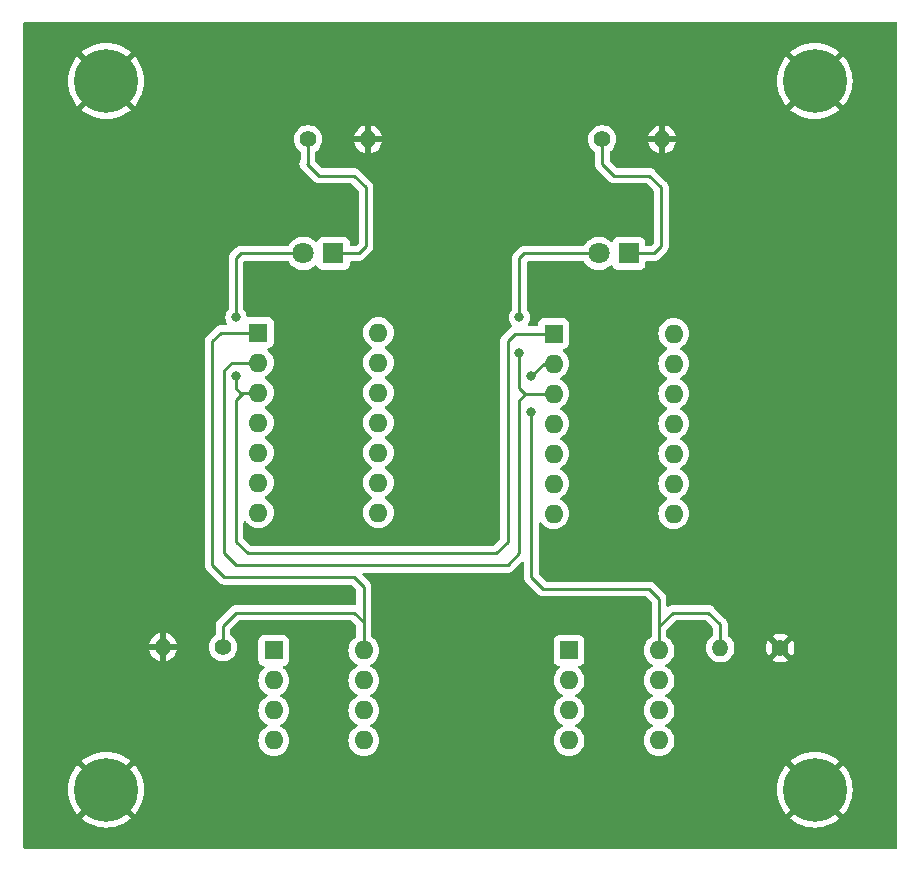
<source format=gbr>
%TF.GenerationSoftware,KiCad,Pcbnew,7.0.7*%
%TF.CreationDate,2023-10-30T18:48:05-04:00*%
%TF.ProjectId,TEJ4M-Unit-4-07,54454a34-4d2d-4556-9e69-742d342d3037,rev?*%
%TF.SameCoordinates,Original*%
%TF.FileFunction,Copper,L1,Top*%
%TF.FilePolarity,Positive*%
%FSLAX46Y46*%
G04 Gerber Fmt 4.6, Leading zero omitted, Abs format (unit mm)*
G04 Created by KiCad (PCBNEW 7.0.7) date 2023-10-30 18:48:05*
%MOMM*%
%LPD*%
G01*
G04 APERTURE LIST*
%TA.AperFunction,ComponentPad*%
%ADD10C,1.400000*%
%TD*%
%TA.AperFunction,ComponentPad*%
%ADD11O,1.400000X1.400000*%
%TD*%
%TA.AperFunction,ComponentPad*%
%ADD12C,5.400000*%
%TD*%
%TA.AperFunction,ComponentPad*%
%ADD13R,1.600000X1.600000*%
%TD*%
%TA.AperFunction,ComponentPad*%
%ADD14O,1.600000X1.600000*%
%TD*%
%TA.AperFunction,ComponentPad*%
%ADD15C,1.800000*%
%TD*%
%TA.AperFunction,ComponentPad*%
%ADD16R,1.800000X1.800000*%
%TD*%
%TA.AperFunction,ViaPad*%
%ADD17C,0.800000*%
%TD*%
%TA.AperFunction,Conductor*%
%ADD18C,0.250000*%
%TD*%
G04 APERTURE END LIST*
D10*
%TO.P,R4,1*%
%TO.N,Net-(R4-Pad1)*%
X99900000Y-107925000D03*
D11*
%TO.P,R4,2*%
%TO.N,GND*%
X94820000Y-107925000D03*
%TD*%
D10*
%TO.P,R3,1*%
%TO.N,GND*%
X147080000Y-108000000D03*
D11*
%TO.P,R3,2*%
%TO.N,Net-(R3-Pad2)*%
X142000000Y-108000000D03*
%TD*%
%TO.P,R2,2*%
%TO.N,GND*%
X112180000Y-64925000D03*
D10*
%TO.P,R2,1*%
%TO.N,Net-(D2-K)*%
X107100000Y-64925000D03*
%TD*%
D11*
%TO.P,R1,2*%
%TO.N,GND*%
X137080000Y-64925000D03*
D10*
%TO.P,R1,1*%
%TO.N,Net-(D1-K)*%
X132000000Y-64925000D03*
%TD*%
D12*
%TO.P,H4,1,1*%
%TO.N,GND*%
X90000000Y-120000000D03*
%TD*%
%TO.P,H3,1,1*%
%TO.N,GND*%
X150000000Y-120000000D03*
%TD*%
%TO.P,H2,1,1*%
%TO.N,GND*%
X150000000Y-60000000D03*
%TD*%
%TO.P,H1,1,1*%
%TO.N,GND*%
X90000000Y-60000000D03*
%TD*%
D13*
%TO.P,U4,1*%
%TO.N,+5V*%
X129200000Y-108200000D03*
D14*
%TO.P,U4,2*%
%TO.N,N/C*%
X129200000Y-110740000D03*
%TO.P,U4,3*%
X129200000Y-113280000D03*
%TO.P,U4,4*%
X129200000Y-115820000D03*
%TO.P,U4,5*%
X136820000Y-115820000D03*
%TO.P,U4,6*%
X136820000Y-113280000D03*
%TO.P,U4,7*%
X136820000Y-110740000D03*
%TO.P,U4,8*%
%TO.N,Net-(R3-Pad2)*%
X136820000Y-108200000D03*
%TD*%
%TO.P,U3,8*%
%TO.N,Net-(R4-Pad1)*%
X111820000Y-108200000D03*
%TO.P,U3,7*%
%TO.N,N/C*%
X111820000Y-110740000D03*
%TO.P,U3,6*%
X111820000Y-113280000D03*
%TO.P,U3,5*%
X111820000Y-115820000D03*
%TO.P,U3,4*%
X104200000Y-115820000D03*
%TO.P,U3,3*%
X104200000Y-113280000D03*
%TO.P,U3,2*%
X104200000Y-110740000D03*
D13*
%TO.P,U3,1*%
%TO.N,+5V*%
X104200000Y-108200000D03*
%TD*%
D14*
%TO.P,U2,14*%
%TO.N,N/C*%
X138060000Y-81375000D03*
%TO.P,U2,13*%
X138060000Y-83915000D03*
%TO.P,U2,12*%
X138060000Y-86455000D03*
%TO.P,U2,11*%
X138060000Y-88995000D03*
%TO.P,U2,10*%
X138060000Y-91535000D03*
%TO.P,U2,9*%
X138060000Y-94075000D03*
%TO.P,U2,8*%
X138060000Y-96615000D03*
%TO.P,U2,7*%
X127900000Y-96615000D03*
%TO.P,U2,6*%
X127900000Y-94075000D03*
%TO.P,U2,5*%
X127900000Y-91535000D03*
%TO.P,U2,4*%
X127900000Y-88995000D03*
%TO.P,U2,3*%
%TO.N,Net-(D1-A)*%
X127900000Y-86455000D03*
%TO.P,U2,2*%
%TO.N,Net-(R3-Pad2)*%
X127900000Y-83915000D03*
D13*
%TO.P,U2,1*%
%TO.N,Net-(D2-A)*%
X127900000Y-81375000D03*
%TD*%
D15*
%TO.P,D2,2,A*%
%TO.N,Net-(D2-A)*%
X106710000Y-74600000D03*
D16*
%TO.P,D2,1,K*%
%TO.N,Net-(D2-K)*%
X109250000Y-74600000D03*
%TD*%
%TO.P,D1,1,K*%
%TO.N,Net-(D1-K)*%
X134250000Y-74600000D03*
D15*
%TO.P,D1,2,A*%
%TO.N,Net-(D1-A)*%
X131710000Y-74600000D03*
%TD*%
D14*
%TO.P,U1,14*%
%TO.N,N/C*%
X113060000Y-81300000D03*
%TO.P,U1,13*%
X113060000Y-83840000D03*
%TO.P,U1,12*%
X113060000Y-86380000D03*
%TO.P,U1,11*%
X113060000Y-88920000D03*
%TO.P,U1,10*%
X113060000Y-91460000D03*
%TO.P,U1,9*%
X113060000Y-94000000D03*
%TO.P,U1,8*%
X113060000Y-96540000D03*
%TO.P,U1,7*%
X102900000Y-96540000D03*
%TO.P,U1,6*%
X102900000Y-94000000D03*
%TO.P,U1,5*%
X102900000Y-91460000D03*
%TO.P,U1,4*%
X102900000Y-88920000D03*
%TO.P,U1,3*%
%TO.N,Net-(D2-A)*%
X102900000Y-86380000D03*
%TO.P,U1,2*%
%TO.N,Net-(D1-A)*%
X102900000Y-83840000D03*
D13*
%TO.P,U1,1*%
%TO.N,Net-(R4-Pad1)*%
X102900000Y-81300000D03*
%TD*%
D17*
%TO.N,Net-(D1-A)*%
X125000000Y-80000000D03*
X125000000Y-83000000D03*
%TO.N,Net-(D2-A)*%
X101000000Y-85000000D03*
X101000000Y-80000000D03*
%TO.N,Net-(R3-Pad2)*%
X126000000Y-85000000D03*
X126000000Y-88000000D03*
%TD*%
D18*
%TO.N,Net-(D2-K)*%
X107100000Y-66900000D02*
X107100000Y-64925000D01*
X107000000Y-67000000D02*
X107100000Y-66900000D01*
X108000000Y-68000000D02*
X107000000Y-67000000D01*
X111000000Y-68000000D02*
X108000000Y-68000000D01*
X112000000Y-69000000D02*
X111000000Y-68000000D01*
X112000000Y-74000000D02*
X112000000Y-69000000D01*
X111400000Y-74600000D02*
X112000000Y-74000000D01*
X109250000Y-74600000D02*
X111400000Y-74600000D01*
%TO.N,Net-(D1-K)*%
X133000000Y-68000000D02*
X132000000Y-67000000D01*
X132000000Y-67000000D02*
X132000000Y-64925000D01*
X136000000Y-68000000D02*
X133000000Y-68000000D01*
X137000000Y-74000000D02*
X137000000Y-69000000D01*
X137000000Y-69000000D02*
X136000000Y-68000000D01*
X136400000Y-74600000D02*
X137000000Y-74000000D01*
X134250000Y-74600000D02*
X136400000Y-74600000D01*
%TO.N,Net-(D1-A)*%
X125000000Y-75000000D02*
X125400000Y-74600000D01*
X125000000Y-80000000D02*
X125000000Y-75000000D01*
X125400000Y-74600000D02*
X131710000Y-74600000D01*
X125000000Y-86000000D02*
X125000000Y-83000000D01*
X125455000Y-86455000D02*
X125000000Y-86000000D01*
X127900000Y-86455000D02*
X125455000Y-86455000D01*
%TO.N,Net-(D2-A)*%
X101400000Y-74600000D02*
X106710000Y-74600000D01*
X101000000Y-75000000D02*
X101400000Y-74600000D01*
X101000000Y-80000000D02*
X101000000Y-75000000D01*
X101000000Y-86000000D02*
X101000000Y-85000000D01*
X101380000Y-86380000D02*
X101000000Y-86000000D01*
X102900000Y-86380000D02*
X101380000Y-86380000D01*
X101620000Y-86380000D02*
X102900000Y-86380000D01*
X101000000Y-87000000D02*
X101620000Y-86380000D01*
X101000000Y-99000000D02*
X101000000Y-87000000D01*
X102000000Y-100000000D02*
X101000000Y-99000000D01*
X123000000Y-100000000D02*
X102000000Y-100000000D01*
X124000000Y-82000000D02*
X124000000Y-99000000D01*
X124625000Y-81375000D02*
X124000000Y-82000000D01*
X127900000Y-81375000D02*
X124625000Y-81375000D01*
X124000000Y-99000000D02*
X123000000Y-100000000D01*
%TO.N,Net-(D1-A)*%
X125545000Y-86455000D02*
X127900000Y-86455000D01*
X124000000Y-101000000D02*
X125000000Y-100000000D01*
X101000000Y-101000000D02*
X124000000Y-101000000D01*
X100000000Y-100000000D02*
X101000000Y-101000000D01*
X125000000Y-100000000D02*
X125000000Y-87000000D01*
X100000000Y-84500000D02*
X100000000Y-100000000D01*
X125000000Y-87000000D02*
X125545000Y-86455000D01*
X100660000Y-83840000D02*
X100000000Y-84500000D01*
X102900000Y-83840000D02*
X100660000Y-83840000D01*
%TO.N,Net-(R3-Pad2)*%
X127000000Y-103000000D02*
X136000000Y-103000000D01*
X136000000Y-103000000D02*
X136820000Y-103820000D01*
X126000000Y-102000000D02*
X127000000Y-103000000D01*
X136820000Y-103820000D02*
X136820000Y-108200000D01*
X126000000Y-88000000D02*
X126000000Y-102000000D01*
X127085000Y-83915000D02*
X127900000Y-83915000D01*
X126000000Y-85000000D02*
X127085000Y-83915000D01*
X136820000Y-108200000D02*
X136820000Y-106180000D01*
X136820000Y-106180000D02*
X138000000Y-105000000D01*
X142000000Y-106000000D02*
X142000000Y-107925000D01*
X138000000Y-105000000D02*
X141000000Y-105000000D01*
X141000000Y-105000000D02*
X142000000Y-106000000D01*
%TO.N,Net-(R4-Pad1)*%
X99000000Y-101000000D02*
X99000000Y-82000000D01*
X100000000Y-102000000D02*
X99000000Y-101000000D01*
X99700000Y-81300000D02*
X102900000Y-81300000D01*
X111000000Y-102000000D02*
X100000000Y-102000000D01*
X99000000Y-82000000D02*
X99700000Y-81300000D01*
X111820000Y-102820000D02*
X111000000Y-102000000D01*
X111820000Y-108200000D02*
X111820000Y-102820000D01*
X99900000Y-106100000D02*
X99900000Y-107925000D01*
X111000000Y-105000000D02*
X101000000Y-105000000D01*
X101000000Y-105000000D02*
X99900000Y-106100000D01*
X111820000Y-105820000D02*
X111000000Y-105000000D01*
X111820000Y-108200000D02*
X111820000Y-105820000D01*
%TD*%
%TA.AperFunction,Conductor*%
%TO.N,GND*%
G36*
X156943039Y-55019685D02*
G01*
X156988794Y-55072489D01*
X157000000Y-55124000D01*
X157000000Y-124876000D01*
X156980315Y-124943039D01*
X156927511Y-124988794D01*
X156876000Y-125000000D01*
X83124000Y-125000000D01*
X83056961Y-124980315D01*
X83011206Y-124927511D01*
X83000000Y-124876000D01*
X83000000Y-120000000D01*
X86794958Y-120000000D01*
X86815110Y-120358846D01*
X86815112Y-120358858D01*
X86875314Y-120713185D01*
X86875316Y-120713194D01*
X86974812Y-121058552D01*
X87112353Y-121390609D01*
X87112355Y-121390613D01*
X87286215Y-121705189D01*
X87286218Y-121705194D01*
X87494193Y-121998306D01*
X87566843Y-122079601D01*
X88781100Y-120865344D01*
X88842423Y-120831859D01*
X88912115Y-120836843D01*
X88956871Y-120868440D01*
X88958062Y-120867250D01*
X89132750Y-121041939D01*
X89131382Y-121043306D01*
X89165374Y-121094375D01*
X89166496Y-121164236D01*
X89134654Y-121218898D01*
X87920396Y-122433155D01*
X88001693Y-122505806D01*
X88294805Y-122713781D01*
X88294810Y-122713784D01*
X88609386Y-122887644D01*
X88609390Y-122887646D01*
X88941447Y-123025187D01*
X89286805Y-123124683D01*
X89286814Y-123124685D01*
X89641141Y-123184887D01*
X89641153Y-123184889D01*
X89999999Y-123205041D01*
X90358846Y-123184889D01*
X90358858Y-123184887D01*
X90713185Y-123124685D01*
X90713194Y-123124683D01*
X91058552Y-123025187D01*
X91390609Y-122887646D01*
X91390613Y-122887644D01*
X91705189Y-122713784D01*
X91705194Y-122713781D01*
X91998306Y-122505806D01*
X92079601Y-122433155D01*
X90865345Y-121218899D01*
X90831860Y-121157576D01*
X90836844Y-121087884D01*
X90868447Y-121043136D01*
X90867250Y-121041939D01*
X91041939Y-120867250D01*
X91043311Y-120868622D01*
X91094345Y-120834635D01*
X91164205Y-120833494D01*
X91218898Y-120865345D01*
X92433155Y-122079601D01*
X92505806Y-121998306D01*
X92713781Y-121705194D01*
X92713784Y-121705189D01*
X92887644Y-121390613D01*
X92887646Y-121390609D01*
X93025187Y-121058552D01*
X93124683Y-120713194D01*
X93124685Y-120713185D01*
X93184887Y-120358858D01*
X93184889Y-120358846D01*
X93205041Y-120000000D01*
X93205041Y-119999999D01*
X146794958Y-119999999D01*
X146815110Y-120358846D01*
X146815112Y-120358858D01*
X146875314Y-120713185D01*
X146875316Y-120713194D01*
X146974812Y-121058552D01*
X147112353Y-121390609D01*
X147112355Y-121390613D01*
X147286215Y-121705189D01*
X147286218Y-121705194D01*
X147494193Y-121998306D01*
X147566843Y-122079601D01*
X148781100Y-120865344D01*
X148842423Y-120831859D01*
X148912115Y-120836843D01*
X148956871Y-120868440D01*
X148958062Y-120867250D01*
X149132750Y-121041939D01*
X149131382Y-121043306D01*
X149165374Y-121094375D01*
X149166496Y-121164236D01*
X149134654Y-121218898D01*
X147920396Y-122433155D01*
X148001693Y-122505806D01*
X148294805Y-122713781D01*
X148294810Y-122713784D01*
X148609386Y-122887644D01*
X148609390Y-122887646D01*
X148941447Y-123025187D01*
X149286805Y-123124683D01*
X149286814Y-123124685D01*
X149641141Y-123184887D01*
X149641153Y-123184889D01*
X150000000Y-123205041D01*
X150358846Y-123184889D01*
X150358858Y-123184887D01*
X150713185Y-123124685D01*
X150713194Y-123124683D01*
X151058552Y-123025187D01*
X151390609Y-122887646D01*
X151390613Y-122887644D01*
X151705189Y-122713784D01*
X151705194Y-122713781D01*
X151998306Y-122505806D01*
X152079601Y-122433155D01*
X150865345Y-121218899D01*
X150831860Y-121157576D01*
X150836844Y-121087884D01*
X150868447Y-121043136D01*
X150867250Y-121041939D01*
X151041939Y-120867250D01*
X151043311Y-120868622D01*
X151094345Y-120834635D01*
X151164205Y-120833494D01*
X151218898Y-120865345D01*
X152433155Y-122079601D01*
X152505806Y-121998306D01*
X152713781Y-121705194D01*
X152713784Y-121705189D01*
X152887644Y-121390613D01*
X152887646Y-121390609D01*
X153025187Y-121058552D01*
X153124683Y-120713194D01*
X153124685Y-120713185D01*
X153184887Y-120358858D01*
X153184889Y-120358846D01*
X153205041Y-119999999D01*
X153184889Y-119641153D01*
X153184887Y-119641141D01*
X153124685Y-119286814D01*
X153124683Y-119286805D01*
X153025187Y-118941447D01*
X152887646Y-118609390D01*
X152887644Y-118609386D01*
X152713784Y-118294810D01*
X152713781Y-118294805D01*
X152505806Y-118001693D01*
X152433155Y-117920397D01*
X151218898Y-119134654D01*
X151157575Y-119168139D01*
X151087883Y-119163155D01*
X151043137Y-119131551D01*
X151041939Y-119132750D01*
X150867250Y-118958062D01*
X150868610Y-118956701D01*
X150834609Y-118905574D01*
X150833515Y-118835713D01*
X150865344Y-118781100D01*
X152079601Y-117566843D01*
X151998306Y-117494193D01*
X151705194Y-117286218D01*
X151705189Y-117286215D01*
X151390613Y-117112355D01*
X151390609Y-117112353D01*
X151058552Y-116974812D01*
X150713194Y-116875316D01*
X150713185Y-116875314D01*
X150358858Y-116815112D01*
X150358846Y-116815110D01*
X150000000Y-116794958D01*
X149641153Y-116815110D01*
X149641141Y-116815112D01*
X149286814Y-116875314D01*
X149286805Y-116875316D01*
X148941447Y-116974812D01*
X148609390Y-117112353D01*
X148609386Y-117112355D01*
X148294810Y-117286215D01*
X148294805Y-117286218D01*
X148001693Y-117494194D01*
X148001685Y-117494199D01*
X147920397Y-117566842D01*
X147920397Y-117566843D01*
X149134655Y-118781101D01*
X149168140Y-118842424D01*
X149163156Y-118912116D01*
X149131558Y-118956870D01*
X149132750Y-118958062D01*
X148958062Y-119132750D01*
X148956704Y-119131392D01*
X148905551Y-119165396D01*
X148835689Y-119166476D01*
X148781101Y-119134654D01*
X147566843Y-117920396D01*
X147566842Y-117920397D01*
X147494199Y-118001685D01*
X147494194Y-118001693D01*
X147286218Y-118294805D01*
X147286215Y-118294810D01*
X147112355Y-118609386D01*
X147112353Y-118609390D01*
X146974812Y-118941447D01*
X146875316Y-119286805D01*
X146875314Y-119286814D01*
X146815112Y-119641141D01*
X146815110Y-119641153D01*
X146794958Y-119999999D01*
X93205041Y-119999999D01*
X93184889Y-119641153D01*
X93184887Y-119641141D01*
X93124685Y-119286814D01*
X93124683Y-119286805D01*
X93025187Y-118941447D01*
X92887646Y-118609390D01*
X92887644Y-118609386D01*
X92713784Y-118294810D01*
X92713781Y-118294805D01*
X92505806Y-118001693D01*
X92433155Y-117920397D01*
X91218898Y-119134654D01*
X91157575Y-119168139D01*
X91087883Y-119163155D01*
X91043137Y-119131551D01*
X91041939Y-119132750D01*
X90867250Y-118958062D01*
X90868610Y-118956701D01*
X90834609Y-118905574D01*
X90833515Y-118835713D01*
X90865344Y-118781100D01*
X92079601Y-117566843D01*
X91998306Y-117494193D01*
X91705194Y-117286218D01*
X91705189Y-117286215D01*
X91390613Y-117112355D01*
X91390609Y-117112353D01*
X91058552Y-116974812D01*
X90713194Y-116875316D01*
X90713185Y-116875314D01*
X90358858Y-116815112D01*
X90358846Y-116815110D01*
X89999999Y-116794958D01*
X89641153Y-116815110D01*
X89641141Y-116815112D01*
X89286814Y-116875314D01*
X89286805Y-116875316D01*
X88941447Y-116974812D01*
X88609390Y-117112353D01*
X88609386Y-117112355D01*
X88294810Y-117286215D01*
X88294805Y-117286218D01*
X88001693Y-117494194D01*
X88001685Y-117494199D01*
X87920397Y-117566842D01*
X87920397Y-117566843D01*
X89134655Y-118781101D01*
X89168140Y-118842424D01*
X89163156Y-118912116D01*
X89131558Y-118956870D01*
X89132750Y-118958062D01*
X88958062Y-119132750D01*
X88956704Y-119131392D01*
X88905551Y-119165396D01*
X88835689Y-119166476D01*
X88781101Y-119134654D01*
X87566843Y-117920396D01*
X87566842Y-117920397D01*
X87494199Y-118001685D01*
X87494194Y-118001693D01*
X87286218Y-118294805D01*
X87286215Y-118294810D01*
X87112355Y-118609386D01*
X87112353Y-118609390D01*
X86974812Y-118941447D01*
X86875316Y-119286805D01*
X86875314Y-119286814D01*
X86815112Y-119641141D01*
X86815110Y-119641153D01*
X86794958Y-120000000D01*
X83000000Y-120000000D01*
X83000000Y-115820001D01*
X102894532Y-115820001D01*
X102914364Y-116046686D01*
X102914366Y-116046697D01*
X102973258Y-116266488D01*
X102973261Y-116266497D01*
X103069431Y-116472732D01*
X103069432Y-116472734D01*
X103199954Y-116659141D01*
X103360858Y-116820045D01*
X103360861Y-116820047D01*
X103547266Y-116950568D01*
X103753504Y-117046739D01*
X103973308Y-117105635D01*
X104135230Y-117119801D01*
X104199998Y-117125468D01*
X104200000Y-117125468D01*
X104200002Y-117125468D01*
X104256673Y-117120509D01*
X104426692Y-117105635D01*
X104646496Y-117046739D01*
X104852734Y-116950568D01*
X105039139Y-116820047D01*
X105200047Y-116659139D01*
X105330568Y-116472734D01*
X105426739Y-116266496D01*
X105485635Y-116046692D01*
X105505468Y-115820000D01*
X105485635Y-115593308D01*
X105426739Y-115373504D01*
X105330568Y-115167266D01*
X105200047Y-114980861D01*
X105200045Y-114980858D01*
X105039141Y-114819954D01*
X104852734Y-114689432D01*
X104852728Y-114689429D01*
X104794725Y-114662382D01*
X104742285Y-114616210D01*
X104723133Y-114549017D01*
X104743348Y-114482135D01*
X104794725Y-114437618D01*
X104852734Y-114410568D01*
X105039139Y-114280047D01*
X105200047Y-114119139D01*
X105330568Y-113932734D01*
X105426739Y-113726496D01*
X105485635Y-113506692D01*
X105505468Y-113280000D01*
X105485635Y-113053308D01*
X105426739Y-112833504D01*
X105330568Y-112627266D01*
X105200047Y-112440861D01*
X105200045Y-112440858D01*
X105039141Y-112279954D01*
X104852734Y-112149432D01*
X104852728Y-112149429D01*
X104794725Y-112122382D01*
X104742285Y-112076210D01*
X104723133Y-112009017D01*
X104743348Y-111942135D01*
X104794725Y-111897618D01*
X104852734Y-111870568D01*
X105039139Y-111740047D01*
X105200047Y-111579139D01*
X105330568Y-111392734D01*
X105426739Y-111186496D01*
X105485635Y-110966692D01*
X105505468Y-110740000D01*
X105485635Y-110513308D01*
X105426739Y-110293504D01*
X105330568Y-110087266D01*
X105200047Y-109900861D01*
X105200045Y-109900858D01*
X105039143Y-109739956D01*
X105014536Y-109722726D01*
X104970912Y-109668149D01*
X104963719Y-109598650D01*
X104995241Y-109536296D01*
X105055471Y-109500882D01*
X105072404Y-109497861D01*
X105107483Y-109494091D01*
X105242331Y-109443796D01*
X105357546Y-109357546D01*
X105443796Y-109242331D01*
X105494091Y-109107483D01*
X105500500Y-109047873D01*
X105500499Y-107352128D01*
X105494091Y-107292517D01*
X105493366Y-107290574D01*
X105443797Y-107157671D01*
X105443793Y-107157664D01*
X105357547Y-107042455D01*
X105357544Y-107042452D01*
X105242335Y-106956206D01*
X105242328Y-106956202D01*
X105107482Y-106905908D01*
X105107483Y-106905908D01*
X105047883Y-106899501D01*
X105047881Y-106899500D01*
X105047873Y-106899500D01*
X105047864Y-106899500D01*
X103352129Y-106899500D01*
X103352123Y-106899501D01*
X103292516Y-106905908D01*
X103157671Y-106956202D01*
X103157664Y-106956206D01*
X103042455Y-107042452D01*
X103042452Y-107042455D01*
X102956206Y-107157664D01*
X102956202Y-107157671D01*
X102905908Y-107292517D01*
X102900299Y-107344691D01*
X102899501Y-107352123D01*
X102899500Y-107352135D01*
X102899500Y-109047870D01*
X102899501Y-109047876D01*
X102905908Y-109107483D01*
X102956202Y-109242328D01*
X102956206Y-109242335D01*
X103042452Y-109357544D01*
X103042455Y-109357547D01*
X103157664Y-109443793D01*
X103157671Y-109443797D01*
X103202618Y-109460560D01*
X103292517Y-109494091D01*
X103327596Y-109497862D01*
X103392144Y-109524599D01*
X103431993Y-109581991D01*
X103434488Y-109651816D01*
X103398836Y-109711905D01*
X103385464Y-109722725D01*
X103360858Y-109739954D01*
X103199954Y-109900858D01*
X103069432Y-110087265D01*
X103069431Y-110087267D01*
X102973261Y-110293502D01*
X102973258Y-110293511D01*
X102914366Y-110513302D01*
X102914364Y-110513313D01*
X102894532Y-110739998D01*
X102894532Y-110740001D01*
X102914364Y-110966686D01*
X102914366Y-110966697D01*
X102973258Y-111186488D01*
X102973261Y-111186497D01*
X103069431Y-111392732D01*
X103069432Y-111392734D01*
X103199954Y-111579141D01*
X103360858Y-111740045D01*
X103360861Y-111740047D01*
X103547266Y-111870568D01*
X103605275Y-111897618D01*
X103657714Y-111943791D01*
X103676866Y-112010984D01*
X103656650Y-112077865D01*
X103605275Y-112122382D01*
X103547267Y-112149431D01*
X103547265Y-112149432D01*
X103360858Y-112279954D01*
X103199954Y-112440858D01*
X103069432Y-112627265D01*
X103069431Y-112627267D01*
X102973261Y-112833502D01*
X102973258Y-112833511D01*
X102914366Y-113053302D01*
X102914364Y-113053313D01*
X102894532Y-113279998D01*
X102894532Y-113280001D01*
X102914364Y-113506686D01*
X102914366Y-113506697D01*
X102973258Y-113726488D01*
X102973261Y-113726497D01*
X103069431Y-113932732D01*
X103069432Y-113932734D01*
X103199954Y-114119141D01*
X103360858Y-114280045D01*
X103360861Y-114280047D01*
X103547266Y-114410568D01*
X103605275Y-114437618D01*
X103657714Y-114483791D01*
X103676866Y-114550984D01*
X103656650Y-114617865D01*
X103605275Y-114662382D01*
X103547267Y-114689431D01*
X103547265Y-114689432D01*
X103360858Y-114819954D01*
X103199954Y-114980858D01*
X103069432Y-115167265D01*
X103069431Y-115167267D01*
X102973261Y-115373502D01*
X102973258Y-115373511D01*
X102914366Y-115593302D01*
X102914364Y-115593313D01*
X102894532Y-115819998D01*
X102894532Y-115820001D01*
X83000000Y-115820001D01*
X83000000Y-108175000D01*
X93643505Y-108175000D01*
X93696239Y-108360349D01*
X93795368Y-108559425D01*
X93929391Y-108736900D01*
X94093738Y-108886721D01*
X94282820Y-109003797D01*
X94282822Y-109003798D01*
X94490195Y-109084135D01*
X94570000Y-109099052D01*
X94570000Y-108382898D01*
X94589685Y-108315859D01*
X94642489Y-108270104D01*
X94711647Y-108260160D01*
X94734259Y-108265615D01*
X94761595Y-108275000D01*
X94849004Y-108275000D01*
X94849005Y-108275000D01*
X94925590Y-108262220D01*
X94994955Y-108270602D01*
X95048777Y-108315155D01*
X95069968Y-108381733D01*
X95070000Y-108384529D01*
X95070000Y-109099052D01*
X95149804Y-109084135D01*
X95357177Y-109003798D01*
X95357179Y-109003797D01*
X95546261Y-108886721D01*
X95710608Y-108736900D01*
X95844631Y-108559425D01*
X95943760Y-108360349D01*
X95996495Y-108175000D01*
X95282047Y-108175000D01*
X95215008Y-108155315D01*
X95169253Y-108102511D01*
X95159309Y-108033353D01*
X95161842Y-108020557D01*
X95163979Y-108012114D01*
X95163982Y-108012108D01*
X95173628Y-107895698D01*
X95156849Y-107829438D01*
X95159475Y-107759619D01*
X95199431Y-107702302D01*
X95264032Y-107675686D01*
X95277055Y-107675000D01*
X95996495Y-107675000D01*
X95943760Y-107489650D01*
X95844631Y-107290574D01*
X95710608Y-107113099D01*
X95546261Y-106963278D01*
X95357179Y-106846202D01*
X95357177Y-106846201D01*
X95149799Y-106765864D01*
X95070000Y-106750946D01*
X95070000Y-107467101D01*
X95050315Y-107534140D01*
X94997511Y-107579895D01*
X94928353Y-107589839D01*
X94905738Y-107584383D01*
X94878406Y-107575000D01*
X94878405Y-107575000D01*
X94790995Y-107575000D01*
X94790994Y-107575000D01*
X94714408Y-107587779D01*
X94645043Y-107579396D01*
X94591222Y-107534843D01*
X94570031Y-107468264D01*
X94570000Y-107465470D01*
X94569999Y-106750946D01*
X94490200Y-106765864D01*
X94282822Y-106846201D01*
X94282820Y-106846202D01*
X94093738Y-106963278D01*
X93929391Y-107113099D01*
X93795368Y-107290574D01*
X93696239Y-107489650D01*
X93643505Y-107675000D01*
X94357953Y-107675000D01*
X94424992Y-107694685D01*
X94470747Y-107747489D01*
X94480691Y-107816647D01*
X94478158Y-107829443D01*
X94476017Y-107837896D01*
X94466371Y-107954299D01*
X94466371Y-107954302D01*
X94466372Y-107954302D01*
X94481010Y-108012108D01*
X94483151Y-108020560D01*
X94480525Y-108090381D01*
X94440569Y-108147698D01*
X94375968Y-108174314D01*
X94362945Y-108175000D01*
X93643505Y-108175000D01*
X83000000Y-108175000D01*
X83000000Y-81980197D01*
X98369839Y-81980197D01*
X98374224Y-82026585D01*
X98374499Y-82032421D01*
X98374500Y-100917255D01*
X98372775Y-100932872D01*
X98373061Y-100932899D01*
X98372326Y-100940665D01*
X98374500Y-101009814D01*
X98374500Y-101039343D01*
X98374501Y-101039360D01*
X98375368Y-101046231D01*
X98375826Y-101052050D01*
X98377290Y-101098624D01*
X98377291Y-101098627D01*
X98382880Y-101117867D01*
X98386824Y-101136911D01*
X98389336Y-101156791D01*
X98406490Y-101200119D01*
X98408382Y-101205647D01*
X98421381Y-101250388D01*
X98431580Y-101267634D01*
X98440138Y-101285103D01*
X98447514Y-101303732D01*
X98474898Y-101341423D01*
X98478106Y-101346307D01*
X98501827Y-101386416D01*
X98501833Y-101386424D01*
X98515990Y-101400580D01*
X98528628Y-101415376D01*
X98540405Y-101431586D01*
X98540406Y-101431587D01*
X98576309Y-101461288D01*
X98580620Y-101465210D01*
X99046355Y-101930945D01*
X99499194Y-102383784D01*
X99509019Y-102396048D01*
X99509240Y-102395866D01*
X99514210Y-102401873D01*
X99514213Y-102401876D01*
X99514214Y-102401877D01*
X99564651Y-102449241D01*
X99585530Y-102470120D01*
X99591004Y-102474366D01*
X99595442Y-102478156D01*
X99629418Y-102510062D01*
X99640707Y-102516268D01*
X99646973Y-102519713D01*
X99663231Y-102530392D01*
X99679064Y-102542674D01*
X99697781Y-102550773D01*
X99721837Y-102561183D01*
X99727081Y-102563752D01*
X99767908Y-102586197D01*
X99787312Y-102591179D01*
X99805710Y-102597478D01*
X99824105Y-102605438D01*
X99870129Y-102612726D01*
X99875832Y-102613907D01*
X99920981Y-102625500D01*
X99941016Y-102625500D01*
X99960413Y-102627026D01*
X99980196Y-102630160D01*
X100026583Y-102625775D01*
X100032422Y-102625500D01*
X110689548Y-102625500D01*
X110756587Y-102645185D01*
X110777229Y-102661819D01*
X111158181Y-103042771D01*
X111191666Y-103104094D01*
X111194500Y-103130452D01*
X111194500Y-104250500D01*
X111174815Y-104317539D01*
X111122011Y-104363294D01*
X111070500Y-104374500D01*
X111058984Y-104374500D01*
X111039586Y-104372973D01*
X111032162Y-104371797D01*
X111019805Y-104369840D01*
X111019804Y-104369840D01*
X110973416Y-104374225D01*
X110967578Y-104374500D01*
X101082743Y-104374500D01*
X101067122Y-104372775D01*
X101067096Y-104373061D01*
X101059334Y-104372327D01*
X101059333Y-104372327D01*
X100990186Y-104374500D01*
X100960649Y-104374500D01*
X100953766Y-104375369D01*
X100947949Y-104375826D01*
X100901373Y-104377290D01*
X100882129Y-104382881D01*
X100863079Y-104386825D01*
X100843211Y-104389334D01*
X100799884Y-104406488D01*
X100794358Y-104408379D01*
X100749614Y-104421379D01*
X100749610Y-104421381D01*
X100732366Y-104431579D01*
X100714905Y-104440133D01*
X100696274Y-104447510D01*
X100696262Y-104447517D01*
X100658570Y-104474902D01*
X100653687Y-104478109D01*
X100613580Y-104501829D01*
X100599414Y-104515995D01*
X100584624Y-104528627D01*
X100568414Y-104540404D01*
X100568411Y-104540407D01*
X100538710Y-104576309D01*
X100534777Y-104580631D01*
X99516208Y-105599199D01*
X99503951Y-105609020D01*
X99504134Y-105609241D01*
X99498123Y-105614213D01*
X99450772Y-105664636D01*
X99429889Y-105685519D01*
X99429877Y-105685532D01*
X99425621Y-105691017D01*
X99421837Y-105695447D01*
X99389937Y-105729418D01*
X99389936Y-105729420D01*
X99380284Y-105746976D01*
X99369610Y-105763226D01*
X99357329Y-105779061D01*
X99357324Y-105779068D01*
X99338815Y-105821838D01*
X99336245Y-105827084D01*
X99313803Y-105867906D01*
X99308822Y-105887307D01*
X99302521Y-105905710D01*
X99294562Y-105924102D01*
X99294561Y-105924105D01*
X99287271Y-105970127D01*
X99286087Y-105975846D01*
X99274501Y-106020972D01*
X99274500Y-106020982D01*
X99274500Y-106041016D01*
X99272973Y-106060415D01*
X99269840Y-106080194D01*
X99269840Y-106080195D01*
X99274225Y-106126583D01*
X99274500Y-106132421D01*
X99274500Y-106831233D01*
X99254815Y-106898272D01*
X99215778Y-106936660D01*
X99173436Y-106962877D01*
X99009020Y-107112761D01*
X98874943Y-107290308D01*
X98874938Y-107290316D01*
X98775775Y-107489461D01*
X98775769Y-107489476D01*
X98714885Y-107703462D01*
X98714884Y-107703464D01*
X98694357Y-107924999D01*
X98694357Y-107925000D01*
X98714884Y-108146535D01*
X98714885Y-108146537D01*
X98775769Y-108360523D01*
X98775775Y-108360538D01*
X98874938Y-108559683D01*
X98874943Y-108559691D01*
X99009020Y-108737238D01*
X99173437Y-108887123D01*
X99173439Y-108887125D01*
X99362595Y-109004245D01*
X99362596Y-109004245D01*
X99362599Y-109004247D01*
X99570060Y-109084618D01*
X99788757Y-109125500D01*
X99788759Y-109125500D01*
X100011241Y-109125500D01*
X100011243Y-109125500D01*
X100229940Y-109084618D01*
X100437401Y-109004247D01*
X100626562Y-108887124D01*
X100790981Y-108737236D01*
X100925058Y-108559689D01*
X101024229Y-108360528D01*
X101085115Y-108146536D01*
X101105643Y-107925000D01*
X101096788Y-107829443D01*
X101085115Y-107703464D01*
X101085114Y-107703462D01*
X101080694Y-107687928D01*
X101024229Y-107489472D01*
X101013669Y-107468264D01*
X100925061Y-107290316D01*
X100925056Y-107290308D01*
X100790979Y-107112761D01*
X100626563Y-106962877D01*
X100626562Y-106962876D01*
X100584222Y-106936660D01*
X100537587Y-106884631D01*
X100525500Y-106831233D01*
X100525500Y-106410452D01*
X100545185Y-106343413D01*
X100561819Y-106322771D01*
X101222772Y-105661819D01*
X101284095Y-105628334D01*
X101310453Y-105625500D01*
X110689548Y-105625500D01*
X110756587Y-105645185D01*
X110777229Y-105661819D01*
X111158181Y-106042771D01*
X111191666Y-106104094D01*
X111194500Y-106130452D01*
X111194500Y-106985811D01*
X111174815Y-107052850D01*
X111141623Y-107087386D01*
X110980859Y-107199953D01*
X110819954Y-107360858D01*
X110689432Y-107547265D01*
X110689431Y-107547267D01*
X110593261Y-107753502D01*
X110593258Y-107753511D01*
X110534366Y-107973302D01*
X110534364Y-107973313D01*
X110514532Y-108199998D01*
X110514532Y-108200001D01*
X110534364Y-108426686D01*
X110534366Y-108426697D01*
X110593258Y-108646488D01*
X110593261Y-108646497D01*
X110689431Y-108852732D01*
X110689432Y-108852734D01*
X110819954Y-109039141D01*
X110980858Y-109200045D01*
X110980861Y-109200047D01*
X111167266Y-109330568D01*
X111225275Y-109357618D01*
X111277714Y-109403791D01*
X111296866Y-109470984D01*
X111276650Y-109537865D01*
X111225275Y-109582382D01*
X111167267Y-109609431D01*
X111167265Y-109609432D01*
X110980858Y-109739954D01*
X110819954Y-109900858D01*
X110689432Y-110087265D01*
X110689431Y-110087267D01*
X110593261Y-110293502D01*
X110593258Y-110293511D01*
X110534366Y-110513302D01*
X110534364Y-110513313D01*
X110514532Y-110739998D01*
X110514532Y-110740001D01*
X110534364Y-110966686D01*
X110534366Y-110966697D01*
X110593258Y-111186488D01*
X110593261Y-111186497D01*
X110689431Y-111392732D01*
X110689432Y-111392734D01*
X110819954Y-111579141D01*
X110980858Y-111740045D01*
X110980861Y-111740047D01*
X111167266Y-111870568D01*
X111225275Y-111897618D01*
X111277714Y-111943791D01*
X111296866Y-112010984D01*
X111276650Y-112077865D01*
X111225275Y-112122382D01*
X111167267Y-112149431D01*
X111167265Y-112149432D01*
X110980858Y-112279954D01*
X110819954Y-112440858D01*
X110689432Y-112627265D01*
X110689431Y-112627267D01*
X110593261Y-112833502D01*
X110593258Y-112833511D01*
X110534366Y-113053302D01*
X110534364Y-113053313D01*
X110514532Y-113279998D01*
X110514532Y-113280001D01*
X110534364Y-113506686D01*
X110534366Y-113506697D01*
X110593258Y-113726488D01*
X110593261Y-113726497D01*
X110689431Y-113932732D01*
X110689432Y-113932734D01*
X110819954Y-114119141D01*
X110980858Y-114280045D01*
X110980861Y-114280047D01*
X111167266Y-114410568D01*
X111225275Y-114437618D01*
X111277714Y-114483791D01*
X111296866Y-114550984D01*
X111276650Y-114617865D01*
X111225275Y-114662382D01*
X111167267Y-114689431D01*
X111167265Y-114689432D01*
X110980858Y-114819954D01*
X110819954Y-114980858D01*
X110689432Y-115167265D01*
X110689431Y-115167267D01*
X110593261Y-115373502D01*
X110593258Y-115373511D01*
X110534366Y-115593302D01*
X110534364Y-115593313D01*
X110514532Y-115819998D01*
X110514532Y-115820001D01*
X110534364Y-116046686D01*
X110534366Y-116046697D01*
X110593258Y-116266488D01*
X110593261Y-116266497D01*
X110689431Y-116472732D01*
X110689432Y-116472734D01*
X110819954Y-116659141D01*
X110980858Y-116820045D01*
X110980861Y-116820047D01*
X111167266Y-116950568D01*
X111373504Y-117046739D01*
X111593308Y-117105635D01*
X111755230Y-117119801D01*
X111819998Y-117125468D01*
X111820000Y-117125468D01*
X111820002Y-117125468D01*
X111876672Y-117120509D01*
X112046692Y-117105635D01*
X112266496Y-117046739D01*
X112472734Y-116950568D01*
X112659139Y-116820047D01*
X112820047Y-116659139D01*
X112950568Y-116472734D01*
X113046739Y-116266496D01*
X113105635Y-116046692D01*
X113125468Y-115820001D01*
X127894532Y-115820001D01*
X127914364Y-116046686D01*
X127914366Y-116046697D01*
X127973258Y-116266488D01*
X127973261Y-116266497D01*
X128069431Y-116472732D01*
X128069432Y-116472734D01*
X128199954Y-116659141D01*
X128360858Y-116820045D01*
X128360861Y-116820047D01*
X128547266Y-116950568D01*
X128753504Y-117046739D01*
X128973308Y-117105635D01*
X129135230Y-117119801D01*
X129199998Y-117125468D01*
X129200000Y-117125468D01*
X129200002Y-117125468D01*
X129256673Y-117120509D01*
X129426692Y-117105635D01*
X129646496Y-117046739D01*
X129852734Y-116950568D01*
X130039139Y-116820047D01*
X130200047Y-116659139D01*
X130330568Y-116472734D01*
X130426739Y-116266496D01*
X130485635Y-116046692D01*
X130505468Y-115820000D01*
X130485635Y-115593308D01*
X130426739Y-115373504D01*
X130330568Y-115167266D01*
X130200047Y-114980861D01*
X130200045Y-114980858D01*
X130039141Y-114819954D01*
X129852734Y-114689432D01*
X129852728Y-114689429D01*
X129794725Y-114662382D01*
X129742285Y-114616210D01*
X129723133Y-114549017D01*
X129743348Y-114482135D01*
X129794725Y-114437618D01*
X129852734Y-114410568D01*
X130039139Y-114280047D01*
X130200047Y-114119139D01*
X130330568Y-113932734D01*
X130426739Y-113726496D01*
X130485635Y-113506692D01*
X130505468Y-113280000D01*
X130485635Y-113053308D01*
X130426739Y-112833504D01*
X130330568Y-112627266D01*
X130200047Y-112440861D01*
X130200045Y-112440858D01*
X130039141Y-112279954D01*
X129852734Y-112149432D01*
X129852728Y-112149429D01*
X129794725Y-112122382D01*
X129742285Y-112076210D01*
X129723133Y-112009017D01*
X129743348Y-111942135D01*
X129794725Y-111897618D01*
X129852734Y-111870568D01*
X130039139Y-111740047D01*
X130200047Y-111579139D01*
X130330568Y-111392734D01*
X130426739Y-111186496D01*
X130485635Y-110966692D01*
X130505468Y-110740000D01*
X130485635Y-110513308D01*
X130426739Y-110293504D01*
X130330568Y-110087266D01*
X130200047Y-109900861D01*
X130200045Y-109900858D01*
X130039143Y-109739956D01*
X130014536Y-109722726D01*
X129970912Y-109668149D01*
X129963719Y-109598650D01*
X129995241Y-109536296D01*
X130055471Y-109500882D01*
X130072404Y-109497861D01*
X130107483Y-109494091D01*
X130242331Y-109443796D01*
X130357546Y-109357546D01*
X130443796Y-109242331D01*
X130494091Y-109107483D01*
X130500500Y-109047873D01*
X130500499Y-107352128D01*
X130494091Y-107292517D01*
X130493366Y-107290574D01*
X130443797Y-107157671D01*
X130443793Y-107157664D01*
X130357547Y-107042455D01*
X130357544Y-107042452D01*
X130242335Y-106956206D01*
X130242328Y-106956202D01*
X130107482Y-106905908D01*
X130107483Y-106905908D01*
X130047883Y-106899501D01*
X130047881Y-106899500D01*
X130047873Y-106899500D01*
X130047864Y-106899500D01*
X128352129Y-106899500D01*
X128352123Y-106899501D01*
X128292516Y-106905908D01*
X128157671Y-106956202D01*
X128157664Y-106956206D01*
X128042455Y-107042452D01*
X128042452Y-107042455D01*
X127956206Y-107157664D01*
X127956202Y-107157671D01*
X127905908Y-107292517D01*
X127900299Y-107344691D01*
X127899501Y-107352123D01*
X127899500Y-107352135D01*
X127899500Y-109047870D01*
X127899501Y-109047876D01*
X127905908Y-109107483D01*
X127956202Y-109242328D01*
X127956206Y-109242335D01*
X128042452Y-109357544D01*
X128042455Y-109357547D01*
X128157664Y-109443793D01*
X128157671Y-109443797D01*
X128202618Y-109460560D01*
X128292517Y-109494091D01*
X128327596Y-109497862D01*
X128392144Y-109524599D01*
X128431993Y-109581991D01*
X128434488Y-109651816D01*
X128398836Y-109711905D01*
X128385464Y-109722725D01*
X128360858Y-109739954D01*
X128199954Y-109900858D01*
X128069432Y-110087265D01*
X128069431Y-110087267D01*
X127973261Y-110293502D01*
X127973258Y-110293511D01*
X127914366Y-110513302D01*
X127914364Y-110513313D01*
X127894532Y-110739998D01*
X127894532Y-110740001D01*
X127914364Y-110966686D01*
X127914366Y-110966697D01*
X127973258Y-111186488D01*
X127973261Y-111186497D01*
X128069431Y-111392732D01*
X128069432Y-111392734D01*
X128199954Y-111579141D01*
X128360858Y-111740045D01*
X128360861Y-111740047D01*
X128547266Y-111870568D01*
X128605275Y-111897618D01*
X128657714Y-111943791D01*
X128676866Y-112010984D01*
X128656650Y-112077865D01*
X128605275Y-112122382D01*
X128547267Y-112149431D01*
X128547265Y-112149432D01*
X128360858Y-112279954D01*
X128199954Y-112440858D01*
X128069432Y-112627265D01*
X128069431Y-112627267D01*
X127973261Y-112833502D01*
X127973258Y-112833511D01*
X127914366Y-113053302D01*
X127914364Y-113053313D01*
X127894532Y-113279998D01*
X127894532Y-113280001D01*
X127914364Y-113506686D01*
X127914366Y-113506697D01*
X127973258Y-113726488D01*
X127973261Y-113726497D01*
X128069431Y-113932732D01*
X128069432Y-113932734D01*
X128199954Y-114119141D01*
X128360858Y-114280045D01*
X128360861Y-114280047D01*
X128547266Y-114410568D01*
X128605275Y-114437618D01*
X128657714Y-114483791D01*
X128676866Y-114550984D01*
X128656650Y-114617865D01*
X128605275Y-114662382D01*
X128547267Y-114689431D01*
X128547265Y-114689432D01*
X128360858Y-114819954D01*
X128199954Y-114980858D01*
X128069432Y-115167265D01*
X128069431Y-115167267D01*
X127973261Y-115373502D01*
X127973258Y-115373511D01*
X127914366Y-115593302D01*
X127914364Y-115593313D01*
X127894532Y-115819998D01*
X127894532Y-115820001D01*
X113125468Y-115820001D01*
X113125468Y-115820000D01*
X113105635Y-115593308D01*
X113046739Y-115373504D01*
X112950568Y-115167266D01*
X112820047Y-114980861D01*
X112820045Y-114980858D01*
X112659141Y-114819954D01*
X112472734Y-114689432D01*
X112472728Y-114689429D01*
X112414725Y-114662382D01*
X112362285Y-114616210D01*
X112343133Y-114549017D01*
X112363348Y-114482135D01*
X112414725Y-114437618D01*
X112472734Y-114410568D01*
X112659139Y-114280047D01*
X112820047Y-114119139D01*
X112950568Y-113932734D01*
X113046739Y-113726496D01*
X113105635Y-113506692D01*
X113125468Y-113280000D01*
X113105635Y-113053308D01*
X113046739Y-112833504D01*
X112950568Y-112627266D01*
X112820047Y-112440861D01*
X112820045Y-112440858D01*
X112659141Y-112279954D01*
X112472734Y-112149432D01*
X112472728Y-112149429D01*
X112414725Y-112122382D01*
X112362285Y-112076210D01*
X112343133Y-112009017D01*
X112363348Y-111942135D01*
X112414725Y-111897618D01*
X112472734Y-111870568D01*
X112659139Y-111740047D01*
X112820047Y-111579139D01*
X112950568Y-111392734D01*
X113046739Y-111186496D01*
X113105635Y-110966692D01*
X113125468Y-110740000D01*
X113105635Y-110513308D01*
X113046739Y-110293504D01*
X112950568Y-110087266D01*
X112820047Y-109900861D01*
X112820045Y-109900858D01*
X112659141Y-109739954D01*
X112472734Y-109609432D01*
X112472728Y-109609429D01*
X112414725Y-109582382D01*
X112362285Y-109536210D01*
X112343133Y-109469017D01*
X112363348Y-109402135D01*
X112414725Y-109357618D01*
X112472734Y-109330568D01*
X112659139Y-109200047D01*
X112820047Y-109039139D01*
X112950568Y-108852734D01*
X113046739Y-108646496D01*
X113105635Y-108426692D01*
X113125468Y-108200000D01*
X113120939Y-108148239D01*
X113118338Y-108118499D01*
X113105635Y-107973308D01*
X113053427Y-107778464D01*
X113046741Y-107753511D01*
X113046738Y-107753502D01*
X113014642Y-107684673D01*
X112950568Y-107547266D01*
X112820047Y-107360861D01*
X112820045Y-107360858D01*
X112659140Y-107199953D01*
X112498377Y-107087386D01*
X112454752Y-107032809D01*
X112445500Y-106985811D01*
X112445500Y-105902738D01*
X112447224Y-105887124D01*
X112446938Y-105887097D01*
X112447672Y-105879334D01*
X112447465Y-105872761D01*
X112445500Y-105810203D01*
X112445500Y-102902738D01*
X112447224Y-102887124D01*
X112446938Y-102887097D01*
X112447672Y-102879334D01*
X112445500Y-102810203D01*
X112445500Y-102780651D01*
X112445500Y-102780650D01*
X112444629Y-102773759D01*
X112444172Y-102767945D01*
X112442709Y-102721372D01*
X112437122Y-102702144D01*
X112433174Y-102683084D01*
X112430664Y-102663208D01*
X112413507Y-102619875D01*
X112411619Y-102614359D01*
X112398619Y-102569612D01*
X112388418Y-102552363D01*
X112379860Y-102534894D01*
X112372486Y-102516268D01*
X112372483Y-102516264D01*
X112372483Y-102516263D01*
X112345098Y-102478571D01*
X112341890Y-102473687D01*
X112318172Y-102433582D01*
X112318163Y-102433571D01*
X112304005Y-102419413D01*
X112291370Y-102404620D01*
X112279593Y-102388412D01*
X112243693Y-102358713D01*
X112239381Y-102354790D01*
X111721772Y-101837181D01*
X111688287Y-101775858D01*
X111693271Y-101706166D01*
X111735143Y-101650233D01*
X111800607Y-101625816D01*
X111809453Y-101625500D01*
X123917257Y-101625500D01*
X123932877Y-101627224D01*
X123932904Y-101626939D01*
X123940660Y-101627671D01*
X123940667Y-101627673D01*
X124009814Y-101625500D01*
X124039350Y-101625500D01*
X124046228Y-101624630D01*
X124052041Y-101624172D01*
X124098627Y-101622709D01*
X124117869Y-101617117D01*
X124136912Y-101613174D01*
X124156792Y-101610664D01*
X124200122Y-101593507D01*
X124205646Y-101591617D01*
X124209396Y-101590527D01*
X124250390Y-101578618D01*
X124267629Y-101568422D01*
X124285103Y-101559862D01*
X124303727Y-101552488D01*
X124303727Y-101552487D01*
X124303732Y-101552486D01*
X124341449Y-101525082D01*
X124346305Y-101521892D01*
X124386420Y-101498170D01*
X124400589Y-101483999D01*
X124415379Y-101471368D01*
X124431587Y-101459594D01*
X124461299Y-101423676D01*
X124465212Y-101419376D01*
X125162820Y-100721769D01*
X125224142Y-100688285D01*
X125293834Y-100693269D01*
X125349767Y-100735141D01*
X125374184Y-100800605D01*
X125374500Y-100809451D01*
X125374500Y-101917255D01*
X125372775Y-101932872D01*
X125373061Y-101932899D01*
X125372326Y-101940665D01*
X125374500Y-102009814D01*
X125374500Y-102039343D01*
X125374501Y-102039360D01*
X125375368Y-102046231D01*
X125375826Y-102052050D01*
X125377290Y-102098624D01*
X125377291Y-102098627D01*
X125382880Y-102117867D01*
X125386824Y-102136911D01*
X125389336Y-102156791D01*
X125406490Y-102200119D01*
X125408382Y-102205647D01*
X125421381Y-102250388D01*
X125431580Y-102267634D01*
X125440136Y-102285100D01*
X125447514Y-102303732D01*
X125472542Y-102338181D01*
X125474898Y-102341423D01*
X125478106Y-102346307D01*
X125501827Y-102386416D01*
X125501833Y-102386424D01*
X125515990Y-102400580D01*
X125528628Y-102415376D01*
X125540405Y-102431586D01*
X125540406Y-102431587D01*
X125576309Y-102461288D01*
X125580620Y-102465210D01*
X126158181Y-103042771D01*
X126499194Y-103383784D01*
X126509019Y-103396048D01*
X126509240Y-103395866D01*
X126514210Y-103401873D01*
X126514213Y-103401876D01*
X126514214Y-103401877D01*
X126564651Y-103449241D01*
X126585530Y-103470120D01*
X126591004Y-103474366D01*
X126595442Y-103478156D01*
X126629418Y-103510062D01*
X126640707Y-103516268D01*
X126646973Y-103519713D01*
X126663231Y-103530392D01*
X126679064Y-103542674D01*
X126701015Y-103552172D01*
X126721837Y-103561183D01*
X126727081Y-103563752D01*
X126767908Y-103586197D01*
X126787312Y-103591179D01*
X126805710Y-103597478D01*
X126824105Y-103605438D01*
X126870129Y-103612726D01*
X126875832Y-103613907D01*
X126920981Y-103625500D01*
X126941016Y-103625500D01*
X126960413Y-103627026D01*
X126980196Y-103630160D01*
X127026583Y-103625775D01*
X127032422Y-103625500D01*
X135689548Y-103625500D01*
X135756587Y-103645185D01*
X135777229Y-103661819D01*
X136158181Y-104042771D01*
X136191666Y-104104094D01*
X136194500Y-104130452D01*
X136194500Y-106121016D01*
X136192973Y-106140415D01*
X136189840Y-106160194D01*
X136189840Y-106160195D01*
X136194225Y-106206583D01*
X136194500Y-106212421D01*
X136194500Y-106985811D01*
X136174815Y-107052850D01*
X136141623Y-107087386D01*
X135980859Y-107199953D01*
X135819954Y-107360858D01*
X135689432Y-107547265D01*
X135689431Y-107547267D01*
X135593261Y-107753502D01*
X135593258Y-107753511D01*
X135534366Y-107973302D01*
X135534364Y-107973313D01*
X135514532Y-108199998D01*
X135514532Y-108200001D01*
X135534364Y-108426686D01*
X135534366Y-108426697D01*
X135593258Y-108646488D01*
X135593261Y-108646497D01*
X135689431Y-108852732D01*
X135689432Y-108852734D01*
X135819954Y-109039141D01*
X135980858Y-109200045D01*
X135980861Y-109200047D01*
X136167266Y-109330568D01*
X136225275Y-109357618D01*
X136277714Y-109403791D01*
X136296866Y-109470984D01*
X136276650Y-109537865D01*
X136225275Y-109582382D01*
X136167267Y-109609431D01*
X136167265Y-109609432D01*
X135980858Y-109739954D01*
X135819954Y-109900858D01*
X135689432Y-110087265D01*
X135689431Y-110087267D01*
X135593261Y-110293502D01*
X135593258Y-110293511D01*
X135534366Y-110513302D01*
X135534364Y-110513313D01*
X135514532Y-110739998D01*
X135514532Y-110740001D01*
X135534364Y-110966686D01*
X135534366Y-110966697D01*
X135593258Y-111186488D01*
X135593261Y-111186497D01*
X135689431Y-111392732D01*
X135689432Y-111392734D01*
X135819954Y-111579141D01*
X135980858Y-111740045D01*
X135980861Y-111740047D01*
X136167266Y-111870568D01*
X136225275Y-111897618D01*
X136277714Y-111943791D01*
X136296866Y-112010984D01*
X136276650Y-112077865D01*
X136225275Y-112122382D01*
X136167267Y-112149431D01*
X136167265Y-112149432D01*
X135980858Y-112279954D01*
X135819954Y-112440858D01*
X135689432Y-112627265D01*
X135689431Y-112627267D01*
X135593261Y-112833502D01*
X135593258Y-112833511D01*
X135534366Y-113053302D01*
X135534364Y-113053313D01*
X135514532Y-113279998D01*
X135514532Y-113280001D01*
X135534364Y-113506686D01*
X135534366Y-113506697D01*
X135593258Y-113726488D01*
X135593261Y-113726497D01*
X135689431Y-113932732D01*
X135689432Y-113932734D01*
X135819954Y-114119141D01*
X135980858Y-114280045D01*
X135980861Y-114280047D01*
X136167266Y-114410568D01*
X136225275Y-114437618D01*
X136277714Y-114483791D01*
X136296866Y-114550984D01*
X136276650Y-114617865D01*
X136225275Y-114662382D01*
X136167267Y-114689431D01*
X136167265Y-114689432D01*
X135980858Y-114819954D01*
X135819954Y-114980858D01*
X135689432Y-115167265D01*
X135689431Y-115167267D01*
X135593261Y-115373502D01*
X135593258Y-115373511D01*
X135534366Y-115593302D01*
X135534364Y-115593313D01*
X135514532Y-115819998D01*
X135514532Y-115820001D01*
X135534364Y-116046686D01*
X135534366Y-116046697D01*
X135593258Y-116266488D01*
X135593261Y-116266497D01*
X135689431Y-116472732D01*
X135689432Y-116472734D01*
X135819954Y-116659141D01*
X135980858Y-116820045D01*
X135980861Y-116820047D01*
X136167266Y-116950568D01*
X136373504Y-117046739D01*
X136593308Y-117105635D01*
X136755230Y-117119801D01*
X136819998Y-117125468D01*
X136820000Y-117125468D01*
X136820002Y-117125468D01*
X136876673Y-117120509D01*
X137046692Y-117105635D01*
X137266496Y-117046739D01*
X137472734Y-116950568D01*
X137659139Y-116820047D01*
X137820047Y-116659139D01*
X137950568Y-116472734D01*
X138046739Y-116266496D01*
X138105635Y-116046692D01*
X138125468Y-115820000D01*
X138105635Y-115593308D01*
X138046739Y-115373504D01*
X137950568Y-115167266D01*
X137820047Y-114980861D01*
X137820045Y-114980858D01*
X137659141Y-114819954D01*
X137472734Y-114689432D01*
X137472728Y-114689429D01*
X137414725Y-114662382D01*
X137362285Y-114616210D01*
X137343133Y-114549017D01*
X137363348Y-114482135D01*
X137414725Y-114437618D01*
X137472734Y-114410568D01*
X137659139Y-114280047D01*
X137820047Y-114119139D01*
X137950568Y-113932734D01*
X138046739Y-113726496D01*
X138105635Y-113506692D01*
X138125468Y-113280000D01*
X138105635Y-113053308D01*
X138046739Y-112833504D01*
X137950568Y-112627266D01*
X137820047Y-112440861D01*
X137820045Y-112440858D01*
X137659141Y-112279954D01*
X137472734Y-112149432D01*
X137472728Y-112149429D01*
X137414725Y-112122382D01*
X137362285Y-112076210D01*
X137343133Y-112009017D01*
X137363348Y-111942135D01*
X137414725Y-111897618D01*
X137472734Y-111870568D01*
X137659139Y-111740047D01*
X137820047Y-111579139D01*
X137950568Y-111392734D01*
X138046739Y-111186496D01*
X138105635Y-110966692D01*
X138125468Y-110740000D01*
X138105635Y-110513308D01*
X138046739Y-110293504D01*
X137950568Y-110087266D01*
X137820047Y-109900861D01*
X137820045Y-109900858D01*
X137659141Y-109739954D01*
X137472734Y-109609432D01*
X137472728Y-109609429D01*
X137414725Y-109582382D01*
X137362285Y-109536210D01*
X137343133Y-109469017D01*
X137363348Y-109402135D01*
X137414725Y-109357618D01*
X137472734Y-109330568D01*
X137659139Y-109200047D01*
X137820047Y-109039139D01*
X137950568Y-108852734D01*
X138046739Y-108646496D01*
X138105635Y-108426692D01*
X138125468Y-108200000D01*
X138120939Y-108148239D01*
X138118338Y-108118499D01*
X138105635Y-107973308D01*
X138053427Y-107778464D01*
X138046741Y-107753511D01*
X138046738Y-107753502D01*
X138014642Y-107684673D01*
X137950568Y-107547266D01*
X137820047Y-107360861D01*
X137820045Y-107360858D01*
X137659140Y-107199953D01*
X137498377Y-107087386D01*
X137454752Y-107032809D01*
X137445500Y-106985811D01*
X137445500Y-106490452D01*
X137465185Y-106423413D01*
X137481819Y-106402771D01*
X138222772Y-105661819D01*
X138284095Y-105628334D01*
X138310453Y-105625500D01*
X140689548Y-105625500D01*
X140756587Y-105645185D01*
X140777229Y-105661819D01*
X141338181Y-106222771D01*
X141371666Y-106284094D01*
X141374500Y-106310452D01*
X141374500Y-106906233D01*
X141354815Y-106973272D01*
X141315778Y-107011660D01*
X141273436Y-107037877D01*
X141109020Y-107187761D01*
X140974943Y-107365308D01*
X140974938Y-107365316D01*
X140875775Y-107564461D01*
X140875769Y-107564476D01*
X140814885Y-107778462D01*
X140814884Y-107778464D01*
X140794357Y-107999999D01*
X140794357Y-108000000D01*
X140814884Y-108221535D01*
X140814885Y-108221537D01*
X140875769Y-108435523D01*
X140875775Y-108435538D01*
X140974938Y-108634683D01*
X140974943Y-108634691D01*
X141109020Y-108812238D01*
X141273437Y-108962123D01*
X141273439Y-108962125D01*
X141462595Y-109079245D01*
X141462596Y-109079245D01*
X141462599Y-109079247D01*
X141670060Y-109159618D01*
X141888757Y-109200500D01*
X141888759Y-109200500D01*
X142111241Y-109200500D01*
X142111243Y-109200500D01*
X142329940Y-109159618D01*
X142537401Y-109079247D01*
X142726562Y-108962124D01*
X142890981Y-108812236D01*
X143025058Y-108634689D01*
X143124229Y-108435528D01*
X143185115Y-108221536D01*
X143205643Y-108000000D01*
X145874859Y-108000000D01*
X145895378Y-108221439D01*
X145956240Y-108435350D01*
X146055369Y-108634428D01*
X146071137Y-108655308D01*
X146071138Y-108655308D01*
X146579447Y-108147000D01*
X146640770Y-108113515D01*
X146710462Y-108118499D01*
X146766395Y-108160371D01*
X146770933Y-108166854D01*
X146776256Y-108175000D01*
X146806658Y-108221535D01*
X146818936Y-108240327D01*
X146851429Y-108265617D01*
X146918600Y-108317898D01*
X146959413Y-108374609D01*
X146963088Y-108444382D01*
X146930119Y-108503433D01*
X146426672Y-109006879D01*
X146426672Y-109006880D01*
X146542821Y-109078797D01*
X146542822Y-109078798D01*
X146750195Y-109159134D01*
X146968807Y-109200000D01*
X147191193Y-109200000D01*
X147409809Y-109159133D01*
X147617168Y-109078801D01*
X147617181Y-109078795D01*
X147733326Y-109006879D01*
X147226406Y-108499958D01*
X147192921Y-108438635D01*
X147197905Y-108368943D01*
X147239777Y-108313010D01*
X147255062Y-108303227D01*
X147297947Y-108280019D01*
X147377060Y-108194079D01*
X147380555Y-108186110D01*
X147425510Y-108132624D01*
X147492246Y-108111934D01*
X147559574Y-108130608D01*
X147581792Y-108148239D01*
X148088861Y-108655308D01*
X148104631Y-108634425D01*
X148104633Y-108634422D01*
X148203759Y-108435350D01*
X148264621Y-108221439D01*
X148285140Y-108000000D01*
X148285140Y-107999999D01*
X148264621Y-107778560D01*
X148203759Y-107564649D01*
X148104635Y-107365580D01*
X148104630Y-107365572D01*
X148088860Y-107344690D01*
X147580552Y-107852999D01*
X147519229Y-107886484D01*
X147449537Y-107881500D01*
X147393604Y-107839628D01*
X147389062Y-107833139D01*
X147341065Y-107759674D01*
X147341062Y-107759671D01*
X147241399Y-107682100D01*
X147200586Y-107625390D01*
X147196911Y-107555617D01*
X147229880Y-107496566D01*
X147733327Y-106993119D01*
X147617178Y-106921202D01*
X147617177Y-106921201D01*
X147409804Y-106840865D01*
X147191193Y-106800000D01*
X146968807Y-106800000D01*
X146750195Y-106840865D01*
X146542824Y-106921200D01*
X146542823Y-106921201D01*
X146426671Y-106993119D01*
X146933594Y-107500041D01*
X146967079Y-107561364D01*
X146962095Y-107631055D01*
X146920224Y-107686989D01*
X146904931Y-107696776D01*
X146862056Y-107719979D01*
X146862052Y-107719981D01*
X146782939Y-107805922D01*
X146779441Y-107813896D01*
X146734481Y-107867379D01*
X146667744Y-107888065D01*
X146600417Y-107869386D01*
X146578207Y-107851760D01*
X146071138Y-107344691D01*
X146071137Y-107344691D01*
X146055368Y-107365574D01*
X145956240Y-107564649D01*
X145895378Y-107778560D01*
X145874859Y-107999999D01*
X145874859Y-108000000D01*
X143205643Y-108000000D01*
X143185115Y-107778464D01*
X143124229Y-107564472D01*
X143124224Y-107564461D01*
X143025061Y-107365316D01*
X143025056Y-107365308D01*
X142890979Y-107187761D01*
X142726563Y-107037877D01*
X142726562Y-107037876D01*
X142684222Y-107011660D01*
X142637587Y-106959631D01*
X142625500Y-106906233D01*
X142625500Y-106082742D01*
X142627224Y-106067122D01*
X142626939Y-106067095D01*
X142627673Y-106059333D01*
X142625500Y-105990172D01*
X142625500Y-105960656D01*
X142625500Y-105960650D01*
X142624631Y-105953779D01*
X142624173Y-105947952D01*
X142622710Y-105901373D01*
X142617119Y-105882130D01*
X142613173Y-105863078D01*
X142610664Y-105843208D01*
X142593504Y-105799867D01*
X142591624Y-105794379D01*
X142578618Y-105749610D01*
X142577060Y-105746976D01*
X142568423Y-105732371D01*
X142559861Y-105714894D01*
X142552487Y-105696270D01*
X142552486Y-105696268D01*
X142525079Y-105658545D01*
X142521888Y-105653686D01*
X142498172Y-105613583D01*
X142498165Y-105613574D01*
X142484006Y-105599415D01*
X142471368Y-105584619D01*
X142459594Y-105568413D01*
X142423688Y-105538709D01*
X142419376Y-105534786D01*
X141500803Y-104616212D01*
X141490980Y-104603950D01*
X141490759Y-104604134D01*
X141485786Y-104598123D01*
X141467159Y-104580631D01*
X141435364Y-104550773D01*
X141424919Y-104540328D01*
X141414475Y-104529883D01*
X141408986Y-104525625D01*
X141404561Y-104521847D01*
X141370582Y-104489938D01*
X141370580Y-104489936D01*
X141370577Y-104489935D01*
X141353029Y-104480288D01*
X141336763Y-104469604D01*
X141320933Y-104457325D01*
X141278168Y-104438818D01*
X141272922Y-104436248D01*
X141232093Y-104413803D01*
X141232092Y-104413802D01*
X141212693Y-104408822D01*
X141194281Y-104402518D01*
X141175898Y-104394562D01*
X141175892Y-104394560D01*
X141129874Y-104387272D01*
X141124152Y-104386087D01*
X141079021Y-104374500D01*
X141079019Y-104374500D01*
X141058984Y-104374500D01*
X141039586Y-104372973D01*
X141032162Y-104371797D01*
X141019805Y-104369840D01*
X141019804Y-104369840D01*
X140973416Y-104374225D01*
X140967578Y-104374500D01*
X138082743Y-104374500D01*
X138067122Y-104372775D01*
X138067096Y-104373061D01*
X138059334Y-104372327D01*
X138059333Y-104372327D01*
X137990186Y-104374500D01*
X137960649Y-104374500D01*
X137953766Y-104375369D01*
X137947949Y-104375826D01*
X137901373Y-104377290D01*
X137882129Y-104382881D01*
X137863079Y-104386825D01*
X137843211Y-104389334D01*
X137799884Y-104406488D01*
X137794358Y-104408379D01*
X137749614Y-104421379D01*
X137749610Y-104421381D01*
X137732366Y-104431579D01*
X137714905Y-104440133D01*
X137696274Y-104447510D01*
X137696261Y-104447517D01*
X137658569Y-104474902D01*
X137653686Y-104478110D01*
X137632622Y-104490568D01*
X137564898Y-104507751D01*
X137498635Y-104485592D01*
X137454872Y-104431126D01*
X137445500Y-104383836D01*
X137445500Y-103902738D01*
X137447224Y-103887124D01*
X137446938Y-103887097D01*
X137447672Y-103879334D01*
X137445500Y-103810203D01*
X137445500Y-103780651D01*
X137445500Y-103780650D01*
X137444629Y-103773759D01*
X137444172Y-103767945D01*
X137442709Y-103721372D01*
X137437122Y-103702144D01*
X137433174Y-103683084D01*
X137430664Y-103663208D01*
X137413507Y-103619875D01*
X137411619Y-103614359D01*
X137398619Y-103569612D01*
X137388418Y-103552363D01*
X137379860Y-103534894D01*
X137372486Y-103516268D01*
X137372483Y-103516264D01*
X137372483Y-103516263D01*
X137345098Y-103478571D01*
X137341890Y-103473687D01*
X137318172Y-103433582D01*
X137318163Y-103433571D01*
X137304005Y-103419413D01*
X137291370Y-103404620D01*
X137279593Y-103388412D01*
X137243693Y-103358713D01*
X137239381Y-103354790D01*
X136500803Y-102616212D01*
X136490980Y-102603950D01*
X136490759Y-102604134D01*
X136485786Y-102598123D01*
X136449188Y-102563755D01*
X136435364Y-102550773D01*
X136424919Y-102540328D01*
X136414475Y-102529883D01*
X136408986Y-102525625D01*
X136404561Y-102521847D01*
X136370582Y-102489938D01*
X136370580Y-102489936D01*
X136370577Y-102489935D01*
X136353029Y-102480288D01*
X136336763Y-102469604D01*
X136320936Y-102457327D01*
X136320935Y-102457326D01*
X136320933Y-102457325D01*
X136278168Y-102438818D01*
X136272922Y-102436248D01*
X136232093Y-102413803D01*
X136232092Y-102413802D01*
X136212693Y-102408822D01*
X136194281Y-102402518D01*
X136175898Y-102394562D01*
X136175892Y-102394560D01*
X136129874Y-102387272D01*
X136124152Y-102386087D01*
X136079021Y-102374500D01*
X136079019Y-102374500D01*
X136058984Y-102374500D01*
X136039586Y-102372973D01*
X136032162Y-102371797D01*
X136019805Y-102369840D01*
X136019804Y-102369840D01*
X135973416Y-102374225D01*
X135967578Y-102374500D01*
X127310452Y-102374500D01*
X127243413Y-102354815D01*
X127222771Y-102338181D01*
X126983214Y-102098624D01*
X126661816Y-101777225D01*
X126628333Y-101715905D01*
X126625499Y-101689556D01*
X126625499Y-97455454D01*
X126645184Y-97388416D01*
X126697988Y-97342661D01*
X126767146Y-97332717D01*
X126830702Y-97361742D01*
X126851074Y-97384332D01*
X126899954Y-97454141D01*
X127060858Y-97615045D01*
X127060861Y-97615047D01*
X127247266Y-97745568D01*
X127453504Y-97841739D01*
X127673308Y-97900635D01*
X127835230Y-97914801D01*
X127899998Y-97920468D01*
X127900000Y-97920468D01*
X127900002Y-97920468D01*
X127956673Y-97915509D01*
X128126692Y-97900635D01*
X128346496Y-97841739D01*
X128552734Y-97745568D01*
X128739139Y-97615047D01*
X128900047Y-97454139D01*
X129030568Y-97267734D01*
X129126739Y-97061496D01*
X129185635Y-96841692D01*
X129205468Y-96615001D01*
X136754532Y-96615001D01*
X136774364Y-96841686D01*
X136774366Y-96841697D01*
X136833258Y-97061488D01*
X136833261Y-97061497D01*
X136929431Y-97267732D01*
X136929432Y-97267734D01*
X137059954Y-97454141D01*
X137220858Y-97615045D01*
X137220861Y-97615047D01*
X137407266Y-97745568D01*
X137613504Y-97841739D01*
X137833308Y-97900635D01*
X137995230Y-97914801D01*
X138059998Y-97920468D01*
X138060000Y-97920468D01*
X138060002Y-97920468D01*
X138116672Y-97915509D01*
X138286692Y-97900635D01*
X138506496Y-97841739D01*
X138712734Y-97745568D01*
X138899139Y-97615047D01*
X139060047Y-97454139D01*
X139190568Y-97267734D01*
X139286739Y-97061496D01*
X139345635Y-96841692D01*
X139365468Y-96615000D01*
X139345635Y-96388308D01*
X139286739Y-96168504D01*
X139190568Y-95962266D01*
X139060047Y-95775861D01*
X139060045Y-95775858D01*
X138899141Y-95614954D01*
X138712734Y-95484432D01*
X138712728Y-95484429D01*
X138654725Y-95457382D01*
X138602285Y-95411210D01*
X138583133Y-95344017D01*
X138603348Y-95277135D01*
X138654725Y-95232618D01*
X138712734Y-95205568D01*
X138899139Y-95075047D01*
X139060047Y-94914139D01*
X139190568Y-94727734D01*
X139286739Y-94521496D01*
X139345635Y-94301692D01*
X139365468Y-94075000D01*
X139345635Y-93848308D01*
X139286739Y-93628504D01*
X139190568Y-93422266D01*
X139060047Y-93235861D01*
X139060045Y-93235858D01*
X138899141Y-93074954D01*
X138712734Y-92944432D01*
X138712728Y-92944429D01*
X138654725Y-92917382D01*
X138602285Y-92871210D01*
X138583133Y-92804017D01*
X138603348Y-92737135D01*
X138654725Y-92692618D01*
X138712734Y-92665568D01*
X138899139Y-92535047D01*
X139060047Y-92374139D01*
X139190568Y-92187734D01*
X139286739Y-91981496D01*
X139345635Y-91761692D01*
X139365468Y-91535000D01*
X139345635Y-91308308D01*
X139286739Y-91088504D01*
X139190568Y-90882266D01*
X139060047Y-90695861D01*
X139060045Y-90695858D01*
X138899141Y-90534954D01*
X138712734Y-90404432D01*
X138712728Y-90404429D01*
X138654725Y-90377382D01*
X138602285Y-90331210D01*
X138583133Y-90264017D01*
X138603348Y-90197135D01*
X138654725Y-90152618D01*
X138712734Y-90125568D01*
X138899139Y-89995047D01*
X139060047Y-89834139D01*
X139190568Y-89647734D01*
X139286739Y-89441496D01*
X139345635Y-89221692D01*
X139365468Y-88995000D01*
X139345635Y-88768308D01*
X139286739Y-88548504D01*
X139190568Y-88342266D01*
X139060047Y-88155861D01*
X139060045Y-88155858D01*
X138899141Y-87994954D01*
X138712734Y-87864432D01*
X138712728Y-87864429D01*
X138654725Y-87837382D01*
X138602285Y-87791210D01*
X138583133Y-87724017D01*
X138603348Y-87657135D01*
X138654725Y-87612618D01*
X138712734Y-87585568D01*
X138899139Y-87455047D01*
X139060047Y-87294139D01*
X139190568Y-87107734D01*
X139286739Y-86901496D01*
X139345635Y-86681692D01*
X139365468Y-86455000D01*
X139345635Y-86228308D01*
X139286739Y-86008504D01*
X139190568Y-85802266D01*
X139060047Y-85615861D01*
X139060045Y-85615858D01*
X138899141Y-85454954D01*
X138712734Y-85324432D01*
X138712728Y-85324429D01*
X138654725Y-85297382D01*
X138602285Y-85251210D01*
X138583133Y-85184017D01*
X138603348Y-85117135D01*
X138654725Y-85072618D01*
X138712734Y-85045568D01*
X138899139Y-84915047D01*
X139060047Y-84754139D01*
X139190568Y-84567734D01*
X139286739Y-84361496D01*
X139345635Y-84141692D01*
X139365468Y-83915000D01*
X139345635Y-83688308D01*
X139286739Y-83468504D01*
X139190568Y-83262266D01*
X139060047Y-83075861D01*
X139060045Y-83075858D01*
X138899141Y-82914954D01*
X138712734Y-82784432D01*
X138712728Y-82784429D01*
X138654725Y-82757382D01*
X138602285Y-82711210D01*
X138583133Y-82644017D01*
X138603348Y-82577135D01*
X138654725Y-82532618D01*
X138712734Y-82505568D01*
X138899139Y-82375047D01*
X139060047Y-82214139D01*
X139190568Y-82027734D01*
X139286739Y-81821496D01*
X139345635Y-81601692D01*
X139365468Y-81375000D01*
X139345635Y-81148308D01*
X139286739Y-80928504D01*
X139190568Y-80722266D01*
X139060047Y-80535861D01*
X139060045Y-80535858D01*
X138899141Y-80374954D01*
X138712734Y-80244432D01*
X138712732Y-80244431D01*
X138506497Y-80148261D01*
X138506488Y-80148258D01*
X138286697Y-80089366D01*
X138286693Y-80089365D01*
X138286692Y-80089365D01*
X138286691Y-80089364D01*
X138286686Y-80089364D01*
X138060002Y-80069532D01*
X138059998Y-80069532D01*
X137833313Y-80089364D01*
X137833302Y-80089366D01*
X137613511Y-80148258D01*
X137613502Y-80148261D01*
X137407267Y-80244431D01*
X137407265Y-80244432D01*
X137220858Y-80374954D01*
X137059954Y-80535858D01*
X136929432Y-80722265D01*
X136929431Y-80722267D01*
X136833261Y-80928502D01*
X136833258Y-80928511D01*
X136774366Y-81148302D01*
X136774364Y-81148313D01*
X136754532Y-81374998D01*
X136754532Y-81375001D01*
X136774364Y-81601686D01*
X136774366Y-81601697D01*
X136833258Y-81821488D01*
X136833261Y-81821497D01*
X136929431Y-82027732D01*
X136929432Y-82027734D01*
X137059954Y-82214141D01*
X137220858Y-82375045D01*
X137220861Y-82375047D01*
X137407266Y-82505568D01*
X137465275Y-82532618D01*
X137517714Y-82578791D01*
X137536866Y-82645984D01*
X137516650Y-82712865D01*
X137465275Y-82757382D01*
X137407267Y-82784431D01*
X137407265Y-82784432D01*
X137220858Y-82914954D01*
X137059954Y-83075858D01*
X136929432Y-83262265D01*
X136929431Y-83262267D01*
X136833261Y-83468502D01*
X136833258Y-83468511D01*
X136774366Y-83688302D01*
X136774364Y-83688313D01*
X136754532Y-83914998D01*
X136754532Y-83915001D01*
X136774364Y-84141686D01*
X136774366Y-84141697D01*
X136833258Y-84361488D01*
X136833261Y-84361497D01*
X136929431Y-84567732D01*
X136929432Y-84567734D01*
X137059954Y-84754141D01*
X137220858Y-84915045D01*
X137220861Y-84915047D01*
X137407266Y-85045568D01*
X137465275Y-85072618D01*
X137517714Y-85118791D01*
X137536866Y-85185984D01*
X137516650Y-85252865D01*
X137465275Y-85297382D01*
X137407267Y-85324431D01*
X137407265Y-85324432D01*
X137220858Y-85454954D01*
X137059954Y-85615858D01*
X136929432Y-85802265D01*
X136929431Y-85802267D01*
X136833261Y-86008502D01*
X136833258Y-86008511D01*
X136774366Y-86228302D01*
X136774364Y-86228313D01*
X136754532Y-86454998D01*
X136754532Y-86455001D01*
X136774364Y-86681686D01*
X136774366Y-86681697D01*
X136833258Y-86901488D01*
X136833261Y-86901497D01*
X136929431Y-87107732D01*
X136929432Y-87107734D01*
X137059954Y-87294141D01*
X137220858Y-87455045D01*
X137220861Y-87455047D01*
X137407266Y-87585568D01*
X137465275Y-87612618D01*
X137517714Y-87658791D01*
X137536866Y-87725984D01*
X137516650Y-87792865D01*
X137465275Y-87837382D01*
X137407267Y-87864431D01*
X137407265Y-87864432D01*
X137220858Y-87994954D01*
X137059954Y-88155858D01*
X136929432Y-88342265D01*
X136929431Y-88342267D01*
X136833261Y-88548502D01*
X136833258Y-88548511D01*
X136774366Y-88768302D01*
X136774364Y-88768313D01*
X136754532Y-88994998D01*
X136754532Y-88995001D01*
X136774364Y-89221686D01*
X136774366Y-89221697D01*
X136833258Y-89441488D01*
X136833261Y-89441497D01*
X136929431Y-89647732D01*
X136929432Y-89647734D01*
X137059954Y-89834141D01*
X137220858Y-89995045D01*
X137220861Y-89995047D01*
X137407266Y-90125568D01*
X137465275Y-90152618D01*
X137517714Y-90198791D01*
X137536866Y-90265984D01*
X137516650Y-90332865D01*
X137465275Y-90377382D01*
X137407267Y-90404431D01*
X137407265Y-90404432D01*
X137220858Y-90534954D01*
X137059954Y-90695858D01*
X136929432Y-90882265D01*
X136929431Y-90882267D01*
X136833261Y-91088502D01*
X136833258Y-91088511D01*
X136774366Y-91308302D01*
X136774364Y-91308313D01*
X136754532Y-91534998D01*
X136754532Y-91535001D01*
X136774364Y-91761686D01*
X136774366Y-91761697D01*
X136833258Y-91981488D01*
X136833261Y-91981497D01*
X136929431Y-92187732D01*
X136929432Y-92187734D01*
X137059954Y-92374141D01*
X137220858Y-92535045D01*
X137220861Y-92535047D01*
X137407266Y-92665568D01*
X137465275Y-92692618D01*
X137517714Y-92738791D01*
X137536866Y-92805984D01*
X137516650Y-92872865D01*
X137465275Y-92917382D01*
X137407267Y-92944431D01*
X137407265Y-92944432D01*
X137220858Y-93074954D01*
X137059954Y-93235858D01*
X136929432Y-93422265D01*
X136929431Y-93422267D01*
X136833261Y-93628502D01*
X136833258Y-93628511D01*
X136774366Y-93848302D01*
X136774364Y-93848313D01*
X136754532Y-94074998D01*
X136754532Y-94075001D01*
X136774364Y-94301686D01*
X136774366Y-94301697D01*
X136833258Y-94521488D01*
X136833261Y-94521497D01*
X136929431Y-94727732D01*
X136929432Y-94727734D01*
X137059954Y-94914141D01*
X137220858Y-95075045D01*
X137220861Y-95075047D01*
X137407266Y-95205568D01*
X137465275Y-95232618D01*
X137517714Y-95278791D01*
X137536866Y-95345984D01*
X137516650Y-95412865D01*
X137465275Y-95457382D01*
X137407267Y-95484431D01*
X137407265Y-95484432D01*
X137220858Y-95614954D01*
X137059954Y-95775858D01*
X136929432Y-95962265D01*
X136929431Y-95962267D01*
X136833261Y-96168502D01*
X136833258Y-96168511D01*
X136774366Y-96388302D01*
X136774364Y-96388313D01*
X136754532Y-96614998D01*
X136754532Y-96615001D01*
X129205468Y-96615001D01*
X129205468Y-96615000D01*
X129185635Y-96388308D01*
X129126739Y-96168504D01*
X129030568Y-95962266D01*
X128900047Y-95775861D01*
X128900045Y-95775858D01*
X128739141Y-95614954D01*
X128552734Y-95484432D01*
X128552728Y-95484429D01*
X128494725Y-95457382D01*
X128442285Y-95411210D01*
X128423133Y-95344017D01*
X128443348Y-95277135D01*
X128494725Y-95232618D01*
X128552734Y-95205568D01*
X128739139Y-95075047D01*
X128900047Y-94914139D01*
X129030568Y-94727734D01*
X129126739Y-94521496D01*
X129185635Y-94301692D01*
X129205468Y-94075000D01*
X129185635Y-93848308D01*
X129126739Y-93628504D01*
X129030568Y-93422266D01*
X128900047Y-93235861D01*
X128900045Y-93235858D01*
X128739141Y-93074954D01*
X128552734Y-92944432D01*
X128552728Y-92944429D01*
X128494725Y-92917382D01*
X128442285Y-92871210D01*
X128423133Y-92804017D01*
X128443348Y-92737135D01*
X128494725Y-92692618D01*
X128552734Y-92665568D01*
X128739139Y-92535047D01*
X128900047Y-92374139D01*
X129030568Y-92187734D01*
X129126739Y-91981496D01*
X129185635Y-91761692D01*
X129205468Y-91535000D01*
X129185635Y-91308308D01*
X129126739Y-91088504D01*
X129030568Y-90882266D01*
X128900047Y-90695861D01*
X128900045Y-90695858D01*
X128739141Y-90534954D01*
X128552734Y-90404432D01*
X128552728Y-90404429D01*
X128494725Y-90377382D01*
X128442285Y-90331210D01*
X128423133Y-90264017D01*
X128443348Y-90197135D01*
X128494725Y-90152618D01*
X128552734Y-90125568D01*
X128739139Y-89995047D01*
X128900047Y-89834139D01*
X129030568Y-89647734D01*
X129126739Y-89441496D01*
X129185635Y-89221692D01*
X129205468Y-88995000D01*
X129185635Y-88768308D01*
X129126739Y-88548504D01*
X129030568Y-88342266D01*
X128900047Y-88155861D01*
X128900045Y-88155858D01*
X128739141Y-87994954D01*
X128552734Y-87864432D01*
X128552728Y-87864429D01*
X128494725Y-87837382D01*
X128442285Y-87791210D01*
X128423133Y-87724017D01*
X128443348Y-87657135D01*
X128494725Y-87612618D01*
X128552734Y-87585568D01*
X128739139Y-87455047D01*
X128900047Y-87294139D01*
X129030568Y-87107734D01*
X129126739Y-86901496D01*
X129185635Y-86681692D01*
X129205468Y-86455000D01*
X129185635Y-86228308D01*
X129126739Y-86008504D01*
X129030568Y-85802266D01*
X128900047Y-85615861D01*
X128900045Y-85615858D01*
X128739141Y-85454954D01*
X128552734Y-85324432D01*
X128552728Y-85324429D01*
X128494725Y-85297382D01*
X128442285Y-85251210D01*
X128423133Y-85184017D01*
X128443348Y-85117135D01*
X128494725Y-85072618D01*
X128552734Y-85045568D01*
X128739139Y-84915047D01*
X128900047Y-84754139D01*
X129030568Y-84567734D01*
X129126739Y-84361496D01*
X129185635Y-84141692D01*
X129205468Y-83915000D01*
X129185635Y-83688308D01*
X129126739Y-83468504D01*
X129030568Y-83262266D01*
X128900047Y-83075861D01*
X128900045Y-83075858D01*
X128739143Y-82914956D01*
X128714536Y-82897726D01*
X128670912Y-82843149D01*
X128663719Y-82773650D01*
X128695241Y-82711296D01*
X128755471Y-82675882D01*
X128772404Y-82672861D01*
X128807483Y-82669091D01*
X128942331Y-82618796D01*
X129057546Y-82532546D01*
X129143796Y-82417331D01*
X129194091Y-82282483D01*
X129200500Y-82222873D01*
X129200499Y-80527128D01*
X129194091Y-80467517D01*
X129191608Y-80460861D01*
X129143797Y-80332671D01*
X129143793Y-80332664D01*
X129057547Y-80217455D01*
X129057544Y-80217452D01*
X128942335Y-80131206D01*
X128942328Y-80131202D01*
X128807482Y-80080908D01*
X128807483Y-80080908D01*
X128747883Y-80074501D01*
X128747881Y-80074500D01*
X128747873Y-80074500D01*
X128747864Y-80074500D01*
X127052129Y-80074500D01*
X127052123Y-80074501D01*
X126992516Y-80080908D01*
X126857671Y-80131202D01*
X126857664Y-80131206D01*
X126742455Y-80217452D01*
X126742452Y-80217455D01*
X126656206Y-80332664D01*
X126656202Y-80332671D01*
X126605908Y-80467517D01*
X126599501Y-80527116D01*
X126599501Y-80527123D01*
X126599500Y-80527135D01*
X126599500Y-80625500D01*
X126579815Y-80692539D01*
X126527011Y-80738294D01*
X126475500Y-80749500D01*
X125815398Y-80749500D01*
X125748359Y-80729815D01*
X125702604Y-80677011D01*
X125692660Y-80607853D01*
X125721685Y-80544297D01*
X125723248Y-80542528D01*
X125732533Y-80532216D01*
X125827179Y-80368284D01*
X125885674Y-80188256D01*
X125905460Y-80000000D01*
X125885674Y-79811744D01*
X125827179Y-79631716D01*
X125732533Y-79467784D01*
X125657350Y-79384284D01*
X125627120Y-79321292D01*
X125625500Y-79301312D01*
X125625500Y-75349500D01*
X125645185Y-75282461D01*
X125697989Y-75236706D01*
X125749500Y-75225500D01*
X130378649Y-75225500D01*
X130445688Y-75245185D01*
X130482458Y-75281679D01*
X130601016Y-75463147D01*
X130601019Y-75463151D01*
X130601021Y-75463153D01*
X130758216Y-75633913D01*
X130758219Y-75633915D01*
X130758222Y-75633918D01*
X130941365Y-75776464D01*
X130941371Y-75776468D01*
X130941374Y-75776470D01*
X131145497Y-75886936D01*
X131259487Y-75926068D01*
X131365015Y-75962297D01*
X131365017Y-75962297D01*
X131365019Y-75962298D01*
X131593951Y-76000500D01*
X131593952Y-76000500D01*
X131826048Y-76000500D01*
X131826049Y-76000500D01*
X132054981Y-75962298D01*
X132274503Y-75886936D01*
X132478626Y-75776470D01*
X132661784Y-75633913D01*
X132670130Y-75624846D01*
X132730010Y-75588854D01*
X132799849Y-75590949D01*
X132857468Y-75630469D01*
X132877544Y-75665491D01*
X132906203Y-75742330D01*
X132906206Y-75742335D01*
X132992452Y-75857544D01*
X132992455Y-75857547D01*
X133107664Y-75943793D01*
X133107671Y-75943797D01*
X133242517Y-75994091D01*
X133242516Y-75994091D01*
X133249444Y-75994835D01*
X133302127Y-76000500D01*
X135197872Y-76000499D01*
X135257483Y-75994091D01*
X135392331Y-75943796D01*
X135507546Y-75857546D01*
X135593796Y-75742331D01*
X135644091Y-75607483D01*
X135650500Y-75547873D01*
X135650500Y-75349500D01*
X135670185Y-75282461D01*
X135722989Y-75236706D01*
X135774500Y-75225500D01*
X136317257Y-75225500D01*
X136332877Y-75227224D01*
X136332904Y-75226939D01*
X136340660Y-75227671D01*
X136340667Y-75227673D01*
X136409814Y-75225500D01*
X136439350Y-75225500D01*
X136446228Y-75224630D01*
X136452041Y-75224172D01*
X136498627Y-75222709D01*
X136517869Y-75217117D01*
X136536912Y-75213174D01*
X136556792Y-75210664D01*
X136600122Y-75193507D01*
X136605646Y-75191617D01*
X136609396Y-75190527D01*
X136650390Y-75178618D01*
X136667629Y-75168422D01*
X136685103Y-75159862D01*
X136703727Y-75152488D01*
X136703727Y-75152487D01*
X136703732Y-75152486D01*
X136741449Y-75125082D01*
X136746305Y-75121892D01*
X136786420Y-75098170D01*
X136800589Y-75083999D01*
X136815379Y-75071368D01*
X136831587Y-75059594D01*
X136861299Y-75023676D01*
X136865212Y-75019376D01*
X137383787Y-74500802D01*
X137396042Y-74490986D01*
X137395859Y-74490764D01*
X137401866Y-74485792D01*
X137401877Y-74485786D01*
X137432775Y-74452882D01*
X137449227Y-74435364D01*
X137459671Y-74424918D01*
X137470120Y-74414471D01*
X137474379Y-74408978D01*
X137478152Y-74404561D01*
X137510062Y-74370582D01*
X137519713Y-74353024D01*
X137530396Y-74336761D01*
X137542673Y-74320936D01*
X137561185Y-74278153D01*
X137563738Y-74272941D01*
X137586197Y-74232092D01*
X137591180Y-74212680D01*
X137597481Y-74194280D01*
X137605437Y-74175896D01*
X137612729Y-74129852D01*
X137613906Y-74124171D01*
X137625500Y-74079019D01*
X137625500Y-74058982D01*
X137627027Y-74039582D01*
X137627508Y-74036545D01*
X137630160Y-74019804D01*
X137625960Y-73975369D01*
X137625775Y-73973415D01*
X137625500Y-73967577D01*
X137625500Y-69082742D01*
X137627224Y-69067122D01*
X137626939Y-69067095D01*
X137627673Y-69059333D01*
X137625500Y-68990172D01*
X137625500Y-68960656D01*
X137625500Y-68960650D01*
X137624631Y-68953779D01*
X137624173Y-68947952D01*
X137622710Y-68901373D01*
X137617119Y-68882130D01*
X137613173Y-68863078D01*
X137610664Y-68843208D01*
X137593504Y-68799867D01*
X137591624Y-68794379D01*
X137578618Y-68749610D01*
X137568422Y-68732370D01*
X137559861Y-68714894D01*
X137552487Y-68696270D01*
X137552486Y-68696268D01*
X137525079Y-68658545D01*
X137521888Y-68653686D01*
X137498172Y-68613583D01*
X137498165Y-68613574D01*
X137484006Y-68599415D01*
X137471368Y-68584619D01*
X137459594Y-68568413D01*
X137453963Y-68563755D01*
X137423688Y-68538709D01*
X137419376Y-68534786D01*
X136500803Y-67616212D01*
X136490980Y-67603950D01*
X136490759Y-67604134D01*
X136485786Y-67598123D01*
X136435364Y-67550773D01*
X136424919Y-67540328D01*
X136414475Y-67529883D01*
X136408986Y-67525625D01*
X136404561Y-67521847D01*
X136370582Y-67489938D01*
X136370580Y-67489936D01*
X136370577Y-67489935D01*
X136353029Y-67480288D01*
X136336763Y-67469604D01*
X136320936Y-67457327D01*
X136320935Y-67457326D01*
X136320933Y-67457325D01*
X136278168Y-67438818D01*
X136272922Y-67436248D01*
X136232093Y-67413803D01*
X136232092Y-67413802D01*
X136212693Y-67408822D01*
X136194281Y-67402518D01*
X136175898Y-67394562D01*
X136175892Y-67394560D01*
X136129874Y-67387272D01*
X136124152Y-67386087D01*
X136079021Y-67374500D01*
X136079019Y-67374500D01*
X136058984Y-67374500D01*
X136039586Y-67372973D01*
X136032162Y-67371797D01*
X136019805Y-67369840D01*
X136019804Y-67369840D01*
X135973416Y-67374225D01*
X135967578Y-67374500D01*
X133310452Y-67374500D01*
X133243413Y-67354815D01*
X133222771Y-67338181D01*
X132661819Y-66777228D01*
X132628334Y-66715905D01*
X132625500Y-66689547D01*
X132625500Y-66018765D01*
X132645185Y-65951726D01*
X132684220Y-65913340D01*
X132726562Y-65887124D01*
X132890981Y-65737236D01*
X133025058Y-65559689D01*
X133124229Y-65360528D01*
X133177016Y-65175000D01*
X135903505Y-65175000D01*
X135956239Y-65360349D01*
X136055368Y-65559425D01*
X136189391Y-65736900D01*
X136353738Y-65886721D01*
X136542820Y-66003797D01*
X136542822Y-66003798D01*
X136750195Y-66084135D01*
X136830000Y-66099052D01*
X136830000Y-65382898D01*
X136849685Y-65315859D01*
X136902489Y-65270104D01*
X136971647Y-65260160D01*
X136994259Y-65265615D01*
X137021595Y-65275000D01*
X137109004Y-65275000D01*
X137109005Y-65275000D01*
X137185590Y-65262220D01*
X137254955Y-65270602D01*
X137308777Y-65315155D01*
X137329968Y-65381733D01*
X137330000Y-65384529D01*
X137330000Y-66099052D01*
X137409804Y-66084135D01*
X137617177Y-66003798D01*
X137617179Y-66003797D01*
X137806261Y-65886721D01*
X137970608Y-65736900D01*
X138104631Y-65559425D01*
X138203760Y-65360349D01*
X138256495Y-65175000D01*
X137542047Y-65175000D01*
X137475008Y-65155315D01*
X137429253Y-65102511D01*
X137419309Y-65033353D01*
X137421842Y-65020557D01*
X137423979Y-65012114D01*
X137423982Y-65012108D01*
X137433628Y-64895698D01*
X137416849Y-64829438D01*
X137419475Y-64759619D01*
X137459431Y-64702302D01*
X137524032Y-64675686D01*
X137537055Y-64675000D01*
X138256495Y-64675000D01*
X138203760Y-64489650D01*
X138104631Y-64290574D01*
X137970608Y-64113099D01*
X137806261Y-63963278D01*
X137617179Y-63846202D01*
X137617177Y-63846201D01*
X137409799Y-63765864D01*
X137330000Y-63750946D01*
X137330000Y-64467101D01*
X137310315Y-64534140D01*
X137257511Y-64579895D01*
X137188353Y-64589839D01*
X137165738Y-64584383D01*
X137138406Y-64575000D01*
X137138405Y-64575000D01*
X137050995Y-64575000D01*
X137050994Y-64575000D01*
X136974408Y-64587779D01*
X136905043Y-64579396D01*
X136851222Y-64534843D01*
X136830031Y-64468264D01*
X136830000Y-64465470D01*
X136830000Y-63750946D01*
X136750200Y-63765864D01*
X136542822Y-63846201D01*
X136542820Y-63846202D01*
X136353738Y-63963278D01*
X136189391Y-64113099D01*
X136055368Y-64290574D01*
X135956239Y-64489650D01*
X135903505Y-64675000D01*
X136617953Y-64675000D01*
X136684992Y-64694685D01*
X136730747Y-64747489D01*
X136740691Y-64816647D01*
X136738158Y-64829443D01*
X136736017Y-64837896D01*
X136726371Y-64954299D01*
X136726371Y-64954302D01*
X136726372Y-64954302D01*
X136741010Y-65012108D01*
X136743151Y-65020560D01*
X136740525Y-65090381D01*
X136700569Y-65147698D01*
X136635968Y-65174314D01*
X136622945Y-65175000D01*
X135903505Y-65175000D01*
X133177016Y-65175000D01*
X133185115Y-65146536D01*
X133205643Y-64925000D01*
X133196788Y-64829443D01*
X133185115Y-64703464D01*
X133185114Y-64703462D01*
X133152199Y-64587779D01*
X133124229Y-64489472D01*
X133113669Y-64468264D01*
X133025061Y-64290316D01*
X133025056Y-64290308D01*
X132890979Y-64112761D01*
X132726562Y-63962876D01*
X132726560Y-63962874D01*
X132537404Y-63845754D01*
X132537398Y-63845752D01*
X132329940Y-63765382D01*
X132111243Y-63724500D01*
X131888757Y-63724500D01*
X131670060Y-63765382D01*
X131538864Y-63816207D01*
X131462601Y-63845752D01*
X131462595Y-63845754D01*
X131273439Y-63962874D01*
X131273437Y-63962876D01*
X131109020Y-64112761D01*
X130974943Y-64290308D01*
X130974938Y-64290316D01*
X130875775Y-64489461D01*
X130875769Y-64489476D01*
X130814885Y-64703462D01*
X130814884Y-64703464D01*
X130794357Y-64924999D01*
X130794357Y-64925000D01*
X130814884Y-65146535D01*
X130814885Y-65146537D01*
X130875769Y-65360523D01*
X130875775Y-65360538D01*
X130974938Y-65559683D01*
X130974943Y-65559691D01*
X131109020Y-65737238D01*
X131273433Y-65887120D01*
X131273435Y-65887122D01*
X131273437Y-65887123D01*
X131273438Y-65887124D01*
X131315778Y-65913339D01*
X131362412Y-65965364D01*
X131374500Y-66018765D01*
X131374500Y-66917255D01*
X131372775Y-66932872D01*
X131373061Y-66932899D01*
X131372326Y-66940665D01*
X131374500Y-67009814D01*
X131374500Y-67039343D01*
X131374501Y-67039360D01*
X131375368Y-67046231D01*
X131375826Y-67052050D01*
X131377290Y-67098624D01*
X131377291Y-67098627D01*
X131382880Y-67117867D01*
X131386824Y-67136911D01*
X131389336Y-67156792D01*
X131403823Y-67193382D01*
X131406490Y-67200119D01*
X131408382Y-67205647D01*
X131421381Y-67250388D01*
X131431580Y-67267634D01*
X131440136Y-67285100D01*
X131447514Y-67303732D01*
X131472542Y-67338181D01*
X131474898Y-67341423D01*
X131478106Y-67346307D01*
X131501827Y-67386416D01*
X131501833Y-67386424D01*
X131515990Y-67400580D01*
X131528628Y-67415376D01*
X131540405Y-67431586D01*
X131540406Y-67431587D01*
X131576309Y-67461288D01*
X131580620Y-67465210D01*
X132499194Y-68383784D01*
X132509019Y-68396048D01*
X132509240Y-68395866D01*
X132514210Y-68401873D01*
X132514213Y-68401876D01*
X132514214Y-68401877D01*
X132564651Y-68449241D01*
X132585530Y-68470120D01*
X132591004Y-68474366D01*
X132595442Y-68478156D01*
X132629418Y-68510062D01*
X132629422Y-68510064D01*
X132646973Y-68519713D01*
X132663231Y-68530392D01*
X132679064Y-68542674D01*
X132701015Y-68552172D01*
X132721837Y-68561183D01*
X132727081Y-68563752D01*
X132767908Y-68586197D01*
X132787312Y-68591179D01*
X132805710Y-68597478D01*
X132824105Y-68605438D01*
X132870129Y-68612726D01*
X132875832Y-68613907D01*
X132920981Y-68625500D01*
X132941016Y-68625500D01*
X132960413Y-68627026D01*
X132980196Y-68630160D01*
X133026583Y-68625775D01*
X133032422Y-68625500D01*
X135689548Y-68625500D01*
X135756587Y-68645185D01*
X135777229Y-68661819D01*
X136338181Y-69222771D01*
X136371666Y-69284094D01*
X136374500Y-69310452D01*
X136374500Y-73689547D01*
X136354815Y-73756586D01*
X136338181Y-73777228D01*
X136177228Y-73938181D01*
X136115905Y-73971666D01*
X136089547Y-73974500D01*
X135774499Y-73974500D01*
X135707460Y-73954815D01*
X135661705Y-73902011D01*
X135650499Y-73850500D01*
X135650499Y-73652129D01*
X135650498Y-73652123D01*
X135646492Y-73614858D01*
X135644091Y-73592517D01*
X135634233Y-73566087D01*
X135593797Y-73457671D01*
X135593793Y-73457664D01*
X135507547Y-73342455D01*
X135507544Y-73342452D01*
X135392335Y-73256206D01*
X135392328Y-73256202D01*
X135257482Y-73205908D01*
X135257483Y-73205908D01*
X135197883Y-73199501D01*
X135197881Y-73199500D01*
X135197873Y-73199500D01*
X135197864Y-73199500D01*
X133302129Y-73199500D01*
X133302123Y-73199501D01*
X133242516Y-73205908D01*
X133107671Y-73256202D01*
X133107664Y-73256206D01*
X132992455Y-73342452D01*
X132992452Y-73342455D01*
X132906206Y-73457664D01*
X132906203Y-73457670D01*
X132877544Y-73534508D01*
X132835672Y-73590441D01*
X132770208Y-73614858D01*
X132701935Y-73600006D01*
X132670135Y-73575158D01*
X132661784Y-73566087D01*
X132661778Y-73566082D01*
X132661777Y-73566081D01*
X132478634Y-73423535D01*
X132478628Y-73423531D01*
X132274504Y-73313064D01*
X132274495Y-73313061D01*
X132054984Y-73237702D01*
X131864450Y-73205908D01*
X131826049Y-73199500D01*
X131593951Y-73199500D01*
X131555550Y-73205908D01*
X131365015Y-73237702D01*
X131145504Y-73313061D01*
X131145495Y-73313064D01*
X130941371Y-73423531D01*
X130941365Y-73423535D01*
X130758222Y-73566081D01*
X130758219Y-73566084D01*
X130758216Y-73566086D01*
X130758216Y-73566087D01*
X130713319Y-73614858D01*
X130601016Y-73736852D01*
X130482458Y-73918321D01*
X130429311Y-73963678D01*
X130378649Y-73974500D01*
X125482737Y-73974500D01*
X125467120Y-73972776D01*
X125467093Y-73973062D01*
X125459331Y-73972327D01*
X125390203Y-73974500D01*
X125360650Y-73974500D01*
X125359929Y-73974590D01*
X125353757Y-73975369D01*
X125347945Y-73975826D01*
X125301372Y-73977290D01*
X125301369Y-73977291D01*
X125282126Y-73982881D01*
X125263083Y-73986825D01*
X125243204Y-73989336D01*
X125243203Y-73989337D01*
X125199878Y-74006490D01*
X125194352Y-74008382D01*
X125149608Y-74021383D01*
X125149604Y-74021385D01*
X125132365Y-74031580D01*
X125114898Y-74040137D01*
X125096269Y-74047512D01*
X125096267Y-74047513D01*
X125058564Y-74074906D01*
X125053682Y-74078112D01*
X125013580Y-74101828D01*
X124999408Y-74116000D01*
X124984623Y-74128628D01*
X124968412Y-74140407D01*
X124938709Y-74176310D01*
X124934777Y-74180631D01*
X124616208Y-74499199D01*
X124603951Y-74509020D01*
X124604134Y-74509241D01*
X124598123Y-74514213D01*
X124550772Y-74564636D01*
X124529889Y-74585519D01*
X124529877Y-74585532D01*
X124525621Y-74591017D01*
X124521837Y-74595447D01*
X124489937Y-74629418D01*
X124489936Y-74629420D01*
X124480284Y-74646976D01*
X124469610Y-74663226D01*
X124457329Y-74679061D01*
X124457324Y-74679068D01*
X124438815Y-74721838D01*
X124436245Y-74727084D01*
X124413803Y-74767906D01*
X124408822Y-74787307D01*
X124402521Y-74805710D01*
X124394562Y-74824102D01*
X124394561Y-74824105D01*
X124387271Y-74870127D01*
X124386087Y-74875846D01*
X124374501Y-74920972D01*
X124374500Y-74920982D01*
X124374500Y-74941016D01*
X124372973Y-74960415D01*
X124369840Y-74980194D01*
X124369839Y-74980197D01*
X124374224Y-75026585D01*
X124374499Y-75032421D01*
X124374499Y-79301312D01*
X124354814Y-79368351D01*
X124342650Y-79384283D01*
X124267466Y-79467785D01*
X124172821Y-79631715D01*
X124172818Y-79631722D01*
X124114327Y-79811740D01*
X124114326Y-79811744D01*
X124094540Y-80000000D01*
X124114326Y-80188256D01*
X124114327Y-80188259D01*
X124172818Y-80368277D01*
X124172820Y-80368281D01*
X124172821Y-80368284D01*
X124267467Y-80532216D01*
X124351461Y-80625500D01*
X124355435Y-80629914D01*
X124385665Y-80692905D01*
X124377040Y-80762240D01*
X124332299Y-80815906D01*
X124323038Y-80821539D01*
X124321275Y-80822508D01*
X124283564Y-80849906D01*
X124278682Y-80853112D01*
X124238580Y-80876828D01*
X124224408Y-80891000D01*
X124209623Y-80903628D01*
X124193412Y-80915407D01*
X124163709Y-80951310D01*
X124159777Y-80955631D01*
X123616208Y-81499199D01*
X123603951Y-81509020D01*
X123604134Y-81509241D01*
X123598123Y-81514213D01*
X123550772Y-81564636D01*
X123529889Y-81585519D01*
X123529877Y-81585532D01*
X123525621Y-81591017D01*
X123521837Y-81595447D01*
X123489937Y-81629418D01*
X123489936Y-81629420D01*
X123480284Y-81646976D01*
X123469610Y-81663226D01*
X123457329Y-81679061D01*
X123457324Y-81679068D01*
X123438815Y-81721838D01*
X123436245Y-81727084D01*
X123413803Y-81767906D01*
X123408822Y-81787307D01*
X123402521Y-81805710D01*
X123394562Y-81824102D01*
X123394561Y-81824105D01*
X123387271Y-81870127D01*
X123386087Y-81875846D01*
X123374501Y-81920972D01*
X123374500Y-81920982D01*
X123374500Y-81941016D01*
X123372973Y-81960415D01*
X123369840Y-81980194D01*
X123369840Y-81980195D01*
X123374225Y-82026583D01*
X123374500Y-82032421D01*
X123374499Y-98689547D01*
X123354814Y-98756586D01*
X123338180Y-98777228D01*
X122777228Y-99338181D01*
X122715905Y-99371666D01*
X122689547Y-99374500D01*
X102310452Y-99374500D01*
X102243413Y-99354815D01*
X102222771Y-99338181D01*
X101661819Y-98777228D01*
X101628334Y-98715905D01*
X101625500Y-98689547D01*
X101625500Y-97380456D01*
X101645185Y-97313417D01*
X101697989Y-97267662D01*
X101767147Y-97257718D01*
X101830703Y-97286743D01*
X101851073Y-97309331D01*
X101874411Y-97342661D01*
X101899955Y-97379142D01*
X102060858Y-97540045D01*
X102060861Y-97540047D01*
X102247266Y-97670568D01*
X102453504Y-97766739D01*
X102673308Y-97825635D01*
X102835230Y-97839801D01*
X102899998Y-97845468D01*
X102900000Y-97845468D01*
X102900002Y-97845468D01*
X102956673Y-97840509D01*
X103126692Y-97825635D01*
X103346496Y-97766739D01*
X103552734Y-97670568D01*
X103739139Y-97540047D01*
X103900047Y-97379139D01*
X104030568Y-97192734D01*
X104126739Y-96986496D01*
X104185635Y-96766692D01*
X104205468Y-96540001D01*
X111754532Y-96540001D01*
X111774364Y-96766686D01*
X111774366Y-96766697D01*
X111833258Y-96986488D01*
X111833261Y-96986497D01*
X111929431Y-97192732D01*
X111929432Y-97192734D01*
X112059954Y-97379141D01*
X112220858Y-97540045D01*
X112220861Y-97540047D01*
X112407266Y-97670568D01*
X112613504Y-97766739D01*
X112833308Y-97825635D01*
X112995230Y-97839801D01*
X113059998Y-97845468D01*
X113060000Y-97845468D01*
X113060002Y-97845468D01*
X113116673Y-97840509D01*
X113286692Y-97825635D01*
X113506496Y-97766739D01*
X113712734Y-97670568D01*
X113899139Y-97540047D01*
X114060047Y-97379139D01*
X114190568Y-97192734D01*
X114286739Y-96986496D01*
X114345635Y-96766692D01*
X114365468Y-96540000D01*
X114345635Y-96313308D01*
X114286739Y-96093504D01*
X114190568Y-95887266D01*
X114060047Y-95700861D01*
X114060045Y-95700858D01*
X113899141Y-95539954D01*
X113712734Y-95409432D01*
X113712728Y-95409429D01*
X113654725Y-95382382D01*
X113602285Y-95336210D01*
X113583133Y-95269017D01*
X113603348Y-95202135D01*
X113654725Y-95157618D01*
X113712734Y-95130568D01*
X113899139Y-95000047D01*
X114060047Y-94839139D01*
X114190568Y-94652734D01*
X114286739Y-94446496D01*
X114345635Y-94226692D01*
X114365468Y-94000000D01*
X114345635Y-93773308D01*
X114286739Y-93553504D01*
X114190568Y-93347266D01*
X114060047Y-93160861D01*
X114060045Y-93160858D01*
X113899141Y-92999954D01*
X113712734Y-92869432D01*
X113712728Y-92869429D01*
X113654725Y-92842382D01*
X113602285Y-92796210D01*
X113583133Y-92729017D01*
X113603348Y-92662135D01*
X113654725Y-92617618D01*
X113712734Y-92590568D01*
X113899139Y-92460047D01*
X114060047Y-92299139D01*
X114190568Y-92112734D01*
X114286739Y-91906496D01*
X114345635Y-91686692D01*
X114365468Y-91460000D01*
X114345635Y-91233308D01*
X114286739Y-91013504D01*
X114190568Y-90807266D01*
X114060047Y-90620861D01*
X114060045Y-90620858D01*
X113899141Y-90459954D01*
X113712734Y-90329432D01*
X113712728Y-90329429D01*
X113654725Y-90302382D01*
X113602285Y-90256210D01*
X113583133Y-90189017D01*
X113603348Y-90122135D01*
X113654725Y-90077618D01*
X113712734Y-90050568D01*
X113899139Y-89920047D01*
X114060047Y-89759139D01*
X114190568Y-89572734D01*
X114286739Y-89366496D01*
X114345635Y-89146692D01*
X114365468Y-88920000D01*
X114345635Y-88693308D01*
X114286739Y-88473504D01*
X114190568Y-88267266D01*
X114060047Y-88080861D01*
X114060045Y-88080858D01*
X113899141Y-87919954D01*
X113712734Y-87789432D01*
X113712728Y-87789429D01*
X113654725Y-87762382D01*
X113602285Y-87716210D01*
X113583133Y-87649017D01*
X113603348Y-87582135D01*
X113654725Y-87537618D01*
X113712734Y-87510568D01*
X113899139Y-87380047D01*
X114060047Y-87219139D01*
X114190568Y-87032734D01*
X114286739Y-86826496D01*
X114345635Y-86606692D01*
X114365468Y-86380000D01*
X114345635Y-86153308D01*
X114286739Y-85933504D01*
X114190568Y-85727266D01*
X114060047Y-85540861D01*
X114060045Y-85540858D01*
X113899141Y-85379954D01*
X113712734Y-85249432D01*
X113712728Y-85249429D01*
X113654725Y-85222382D01*
X113602285Y-85176210D01*
X113583133Y-85109017D01*
X113603348Y-85042135D01*
X113654725Y-84997618D01*
X113712734Y-84970568D01*
X113899139Y-84840047D01*
X114060047Y-84679139D01*
X114190568Y-84492734D01*
X114286739Y-84286496D01*
X114345635Y-84066692D01*
X114365468Y-83840000D01*
X114345635Y-83613308D01*
X114286739Y-83393504D01*
X114190568Y-83187266D01*
X114060047Y-83000861D01*
X114060045Y-83000858D01*
X113899141Y-82839954D01*
X113712734Y-82709432D01*
X113712728Y-82709429D01*
X113654725Y-82682382D01*
X113602285Y-82636210D01*
X113583133Y-82569017D01*
X113603348Y-82502135D01*
X113654725Y-82457618D01*
X113712734Y-82430568D01*
X113899139Y-82300047D01*
X114060047Y-82139139D01*
X114190568Y-81952734D01*
X114286739Y-81746496D01*
X114345635Y-81526692D01*
X114365468Y-81300000D01*
X114345635Y-81073308D01*
X114286739Y-80853504D01*
X114190568Y-80647266D01*
X114060047Y-80460861D01*
X114060045Y-80460858D01*
X113899141Y-80299954D01*
X113712734Y-80169432D01*
X113712732Y-80169431D01*
X113506497Y-80073261D01*
X113506488Y-80073258D01*
X113286697Y-80014366D01*
X113286693Y-80014365D01*
X113286692Y-80014365D01*
X113286691Y-80014364D01*
X113286686Y-80014364D01*
X113060002Y-79994532D01*
X113059998Y-79994532D01*
X112833313Y-80014364D01*
X112833302Y-80014366D01*
X112613511Y-80073258D01*
X112613502Y-80073261D01*
X112407267Y-80169431D01*
X112407265Y-80169432D01*
X112220858Y-80299954D01*
X112059954Y-80460858D01*
X111929432Y-80647265D01*
X111929431Y-80647267D01*
X111833261Y-80853502D01*
X111833258Y-80853511D01*
X111774366Y-81073302D01*
X111774364Y-81073313D01*
X111754532Y-81299998D01*
X111754532Y-81300001D01*
X111774364Y-81526686D01*
X111774366Y-81526697D01*
X111833258Y-81746488D01*
X111833261Y-81746497D01*
X111929431Y-81952732D01*
X111929432Y-81952734D01*
X112059954Y-82139141D01*
X112220858Y-82300045D01*
X112220861Y-82300047D01*
X112407266Y-82430568D01*
X112465275Y-82457618D01*
X112517714Y-82503791D01*
X112536866Y-82570984D01*
X112516650Y-82637865D01*
X112465275Y-82682382D01*
X112407267Y-82709431D01*
X112407265Y-82709432D01*
X112220858Y-82839954D01*
X112059954Y-83000858D01*
X111929432Y-83187265D01*
X111929431Y-83187267D01*
X111833261Y-83393502D01*
X111833258Y-83393511D01*
X111774366Y-83613302D01*
X111774364Y-83613313D01*
X111754532Y-83839998D01*
X111754532Y-83840001D01*
X111774364Y-84066686D01*
X111774366Y-84066697D01*
X111833258Y-84286488D01*
X111833261Y-84286497D01*
X111929431Y-84492732D01*
X111929432Y-84492734D01*
X112059954Y-84679141D01*
X112220858Y-84840045D01*
X112257689Y-84865834D01*
X112407266Y-84970568D01*
X112465275Y-84997618D01*
X112517714Y-85043791D01*
X112536866Y-85110984D01*
X112516650Y-85177865D01*
X112465275Y-85222382D01*
X112407267Y-85249431D01*
X112407265Y-85249432D01*
X112220858Y-85379954D01*
X112059954Y-85540858D01*
X111929432Y-85727265D01*
X111929431Y-85727267D01*
X111833261Y-85933502D01*
X111833258Y-85933511D01*
X111774366Y-86153302D01*
X111774364Y-86153313D01*
X111754532Y-86379998D01*
X111754532Y-86380001D01*
X111774364Y-86606686D01*
X111774366Y-86606697D01*
X111833258Y-86826488D01*
X111833261Y-86826497D01*
X111929431Y-87032732D01*
X111929432Y-87032734D01*
X112059954Y-87219141D01*
X112220858Y-87380045D01*
X112220861Y-87380047D01*
X112407266Y-87510568D01*
X112465275Y-87537618D01*
X112517714Y-87583791D01*
X112536866Y-87650984D01*
X112516650Y-87717865D01*
X112465275Y-87762382D01*
X112407267Y-87789431D01*
X112407265Y-87789432D01*
X112220858Y-87919954D01*
X112059954Y-88080858D01*
X111929432Y-88267265D01*
X111929431Y-88267267D01*
X111833261Y-88473502D01*
X111833258Y-88473511D01*
X111774366Y-88693302D01*
X111774364Y-88693313D01*
X111754532Y-88919998D01*
X111754532Y-88920001D01*
X111774364Y-89146686D01*
X111774366Y-89146697D01*
X111833258Y-89366488D01*
X111833261Y-89366497D01*
X111929431Y-89572732D01*
X111929432Y-89572734D01*
X112059954Y-89759141D01*
X112220858Y-89920045D01*
X112220861Y-89920047D01*
X112407266Y-90050568D01*
X112465275Y-90077618D01*
X112517714Y-90123791D01*
X112536866Y-90190984D01*
X112516650Y-90257865D01*
X112465275Y-90302382D01*
X112407267Y-90329431D01*
X112407265Y-90329432D01*
X112220858Y-90459954D01*
X112059954Y-90620858D01*
X111929432Y-90807265D01*
X111929431Y-90807267D01*
X111833261Y-91013502D01*
X111833258Y-91013511D01*
X111774366Y-91233302D01*
X111774364Y-91233313D01*
X111754532Y-91459998D01*
X111754532Y-91460001D01*
X111774364Y-91686686D01*
X111774366Y-91686697D01*
X111833258Y-91906488D01*
X111833261Y-91906497D01*
X111929431Y-92112732D01*
X111929432Y-92112734D01*
X112059954Y-92299141D01*
X112220858Y-92460045D01*
X112220861Y-92460047D01*
X112407266Y-92590568D01*
X112465275Y-92617618D01*
X112517714Y-92663791D01*
X112536866Y-92730984D01*
X112516650Y-92797865D01*
X112465275Y-92842382D01*
X112407267Y-92869431D01*
X112407265Y-92869432D01*
X112220858Y-92999954D01*
X112059954Y-93160858D01*
X111929432Y-93347265D01*
X111929431Y-93347267D01*
X111833261Y-93553502D01*
X111833258Y-93553511D01*
X111774366Y-93773302D01*
X111774364Y-93773313D01*
X111754532Y-93999998D01*
X111754532Y-94000001D01*
X111774364Y-94226686D01*
X111774366Y-94226697D01*
X111833258Y-94446488D01*
X111833261Y-94446497D01*
X111929431Y-94652732D01*
X111929432Y-94652734D01*
X112059954Y-94839141D01*
X112220858Y-95000045D01*
X112220861Y-95000047D01*
X112407266Y-95130568D01*
X112465275Y-95157618D01*
X112517714Y-95203791D01*
X112536866Y-95270984D01*
X112516650Y-95337865D01*
X112465275Y-95382382D01*
X112407267Y-95409431D01*
X112407265Y-95409432D01*
X112220858Y-95539954D01*
X112059954Y-95700858D01*
X111929432Y-95887265D01*
X111929431Y-95887267D01*
X111833261Y-96093502D01*
X111833258Y-96093511D01*
X111774366Y-96313302D01*
X111774364Y-96313313D01*
X111754532Y-96539998D01*
X111754532Y-96540001D01*
X104205468Y-96540001D01*
X104205468Y-96540000D01*
X104185635Y-96313308D01*
X104126739Y-96093504D01*
X104030568Y-95887266D01*
X103900047Y-95700861D01*
X103900045Y-95700858D01*
X103739141Y-95539954D01*
X103552734Y-95409432D01*
X103552728Y-95409429D01*
X103494725Y-95382382D01*
X103442285Y-95336210D01*
X103423133Y-95269017D01*
X103443348Y-95202135D01*
X103494725Y-95157618D01*
X103552734Y-95130568D01*
X103739139Y-95000047D01*
X103900047Y-94839139D01*
X104030568Y-94652734D01*
X104126739Y-94446496D01*
X104185635Y-94226692D01*
X104205468Y-94000000D01*
X104185635Y-93773308D01*
X104126739Y-93553504D01*
X104030568Y-93347266D01*
X103900047Y-93160861D01*
X103900045Y-93160858D01*
X103739141Y-92999954D01*
X103552734Y-92869432D01*
X103552728Y-92869429D01*
X103494725Y-92842382D01*
X103442285Y-92796210D01*
X103423133Y-92729017D01*
X103443348Y-92662135D01*
X103494725Y-92617618D01*
X103552734Y-92590568D01*
X103739139Y-92460047D01*
X103900047Y-92299139D01*
X104030568Y-92112734D01*
X104126739Y-91906496D01*
X104185635Y-91686692D01*
X104205468Y-91460000D01*
X104185635Y-91233308D01*
X104126739Y-91013504D01*
X104030568Y-90807266D01*
X103900047Y-90620861D01*
X103900045Y-90620858D01*
X103739141Y-90459954D01*
X103552734Y-90329432D01*
X103552728Y-90329429D01*
X103494725Y-90302382D01*
X103442285Y-90256210D01*
X103423133Y-90189017D01*
X103443348Y-90122135D01*
X103494725Y-90077618D01*
X103552734Y-90050568D01*
X103739139Y-89920047D01*
X103900047Y-89759139D01*
X104030568Y-89572734D01*
X104126739Y-89366496D01*
X104185635Y-89146692D01*
X104205468Y-88920000D01*
X104185635Y-88693308D01*
X104126739Y-88473504D01*
X104030568Y-88267266D01*
X103900047Y-88080861D01*
X103900045Y-88080858D01*
X103739141Y-87919954D01*
X103552734Y-87789432D01*
X103552728Y-87789429D01*
X103494725Y-87762382D01*
X103442285Y-87716210D01*
X103423133Y-87649017D01*
X103443348Y-87582135D01*
X103494725Y-87537618D01*
X103552734Y-87510568D01*
X103739139Y-87380047D01*
X103900047Y-87219139D01*
X104030568Y-87032734D01*
X104126739Y-86826496D01*
X104185635Y-86606692D01*
X104205468Y-86380000D01*
X104185635Y-86153308D01*
X104126739Y-85933504D01*
X104030568Y-85727266D01*
X103900047Y-85540861D01*
X103900045Y-85540858D01*
X103739141Y-85379954D01*
X103552734Y-85249432D01*
X103552728Y-85249429D01*
X103494725Y-85222382D01*
X103442285Y-85176210D01*
X103423133Y-85109017D01*
X103443348Y-85042135D01*
X103494725Y-84997618D01*
X103552734Y-84970568D01*
X103739139Y-84840047D01*
X103900047Y-84679139D01*
X104030568Y-84492734D01*
X104126739Y-84286496D01*
X104185635Y-84066692D01*
X104205468Y-83840000D01*
X104185635Y-83613308D01*
X104126739Y-83393504D01*
X104030568Y-83187266D01*
X103900047Y-83000861D01*
X103900045Y-83000858D01*
X103739143Y-82839956D01*
X103714536Y-82822726D01*
X103670912Y-82768149D01*
X103663719Y-82698650D01*
X103695241Y-82636296D01*
X103755471Y-82600882D01*
X103772404Y-82597861D01*
X103807483Y-82594091D01*
X103942331Y-82543796D01*
X104057546Y-82457546D01*
X104143796Y-82342331D01*
X104194091Y-82207483D01*
X104200500Y-82147873D01*
X104200499Y-80452128D01*
X104194091Y-80392517D01*
X104187540Y-80374954D01*
X104143797Y-80257671D01*
X104143793Y-80257664D01*
X104057547Y-80142455D01*
X104057544Y-80142452D01*
X103942335Y-80056206D01*
X103942328Y-80056202D01*
X103807482Y-80005908D01*
X103807483Y-80005908D01*
X103747883Y-79999501D01*
X103747881Y-79999500D01*
X103747873Y-79999500D01*
X103747864Y-79999500D01*
X102052129Y-79999500D01*
X102052123Y-79999501D01*
X102030628Y-80001812D01*
X101961869Y-79989405D01*
X101910732Y-79941794D01*
X101894055Y-79891486D01*
X101885674Y-79811744D01*
X101827179Y-79631716D01*
X101732533Y-79467784D01*
X101657350Y-79384284D01*
X101627120Y-79321292D01*
X101625500Y-79301312D01*
X101625500Y-75349500D01*
X101645185Y-75282461D01*
X101697989Y-75236706D01*
X101749500Y-75225500D01*
X105378649Y-75225500D01*
X105445688Y-75245185D01*
X105482458Y-75281679D01*
X105601016Y-75463147D01*
X105601019Y-75463151D01*
X105601021Y-75463153D01*
X105758216Y-75633913D01*
X105758219Y-75633915D01*
X105758222Y-75633918D01*
X105941365Y-75776464D01*
X105941371Y-75776468D01*
X105941374Y-75776470D01*
X106145497Y-75886936D01*
X106259487Y-75926068D01*
X106365015Y-75962297D01*
X106365017Y-75962297D01*
X106365019Y-75962298D01*
X106593951Y-76000500D01*
X106593952Y-76000500D01*
X106826048Y-76000500D01*
X106826049Y-76000500D01*
X107054981Y-75962298D01*
X107274503Y-75886936D01*
X107478626Y-75776470D01*
X107661784Y-75633913D01*
X107670130Y-75624846D01*
X107730010Y-75588854D01*
X107799849Y-75590949D01*
X107857468Y-75630469D01*
X107877544Y-75665491D01*
X107906203Y-75742330D01*
X107906206Y-75742335D01*
X107992452Y-75857544D01*
X107992455Y-75857547D01*
X108107664Y-75943793D01*
X108107671Y-75943797D01*
X108242517Y-75994091D01*
X108242516Y-75994091D01*
X108249444Y-75994835D01*
X108302127Y-76000500D01*
X110197872Y-76000499D01*
X110257483Y-75994091D01*
X110392331Y-75943796D01*
X110507546Y-75857546D01*
X110593796Y-75742331D01*
X110644091Y-75607483D01*
X110650500Y-75547873D01*
X110650500Y-75349500D01*
X110670185Y-75282461D01*
X110722989Y-75236706D01*
X110774500Y-75225500D01*
X111317257Y-75225500D01*
X111332877Y-75227224D01*
X111332904Y-75226939D01*
X111340660Y-75227671D01*
X111340667Y-75227673D01*
X111409814Y-75225500D01*
X111439350Y-75225500D01*
X111446228Y-75224630D01*
X111452041Y-75224172D01*
X111498627Y-75222709D01*
X111517869Y-75217117D01*
X111536912Y-75213174D01*
X111556792Y-75210664D01*
X111600122Y-75193507D01*
X111605646Y-75191617D01*
X111609396Y-75190527D01*
X111650390Y-75178618D01*
X111667629Y-75168422D01*
X111685103Y-75159862D01*
X111703727Y-75152488D01*
X111703727Y-75152487D01*
X111703732Y-75152486D01*
X111741449Y-75125082D01*
X111746305Y-75121892D01*
X111786420Y-75098170D01*
X111800589Y-75083999D01*
X111815379Y-75071368D01*
X111831587Y-75059594D01*
X111861299Y-75023676D01*
X111865212Y-75019376D01*
X112383787Y-74500802D01*
X112396042Y-74490986D01*
X112395859Y-74490764D01*
X112401866Y-74485792D01*
X112401877Y-74485786D01*
X112432775Y-74452882D01*
X112449227Y-74435364D01*
X112459671Y-74424918D01*
X112470120Y-74414471D01*
X112474379Y-74408978D01*
X112478152Y-74404561D01*
X112510062Y-74370582D01*
X112519713Y-74353024D01*
X112530396Y-74336761D01*
X112542673Y-74320936D01*
X112561185Y-74278153D01*
X112563738Y-74272941D01*
X112586197Y-74232092D01*
X112591180Y-74212680D01*
X112597481Y-74194280D01*
X112605437Y-74175896D01*
X112612729Y-74129852D01*
X112613906Y-74124171D01*
X112625500Y-74079019D01*
X112625500Y-74058982D01*
X112627027Y-74039582D01*
X112627508Y-74036545D01*
X112630160Y-74019804D01*
X112625960Y-73975369D01*
X112625775Y-73973415D01*
X112625500Y-73967577D01*
X112625500Y-69082742D01*
X112627224Y-69067122D01*
X112626939Y-69067095D01*
X112627673Y-69059333D01*
X112625500Y-68990172D01*
X112625500Y-68960656D01*
X112625500Y-68960650D01*
X112624631Y-68953779D01*
X112624173Y-68947952D01*
X112622710Y-68901373D01*
X112617119Y-68882130D01*
X112613173Y-68863078D01*
X112610664Y-68843208D01*
X112593504Y-68799867D01*
X112591624Y-68794379D01*
X112578618Y-68749610D01*
X112568422Y-68732370D01*
X112559861Y-68714894D01*
X112552487Y-68696270D01*
X112552486Y-68696268D01*
X112525079Y-68658545D01*
X112521888Y-68653686D01*
X112498172Y-68613583D01*
X112498165Y-68613574D01*
X112484006Y-68599415D01*
X112471368Y-68584619D01*
X112459594Y-68568413D01*
X112453963Y-68563755D01*
X112423688Y-68538709D01*
X112419376Y-68534786D01*
X111500803Y-67616212D01*
X111490980Y-67603950D01*
X111490759Y-67604134D01*
X111485786Y-67598123D01*
X111485785Y-67598122D01*
X111435364Y-67550773D01*
X111424919Y-67540328D01*
X111414475Y-67529883D01*
X111408986Y-67525625D01*
X111404561Y-67521847D01*
X111370582Y-67489938D01*
X111370580Y-67489936D01*
X111370577Y-67489935D01*
X111353029Y-67480288D01*
X111336763Y-67469604D01*
X111320936Y-67457327D01*
X111320935Y-67457326D01*
X111320933Y-67457325D01*
X111278168Y-67438818D01*
X111272922Y-67436248D01*
X111232093Y-67413803D01*
X111232092Y-67413802D01*
X111212693Y-67408822D01*
X111194281Y-67402518D01*
X111175898Y-67394562D01*
X111175892Y-67394560D01*
X111129874Y-67387272D01*
X111124152Y-67386087D01*
X111079021Y-67374500D01*
X111079019Y-67374500D01*
X111058984Y-67374500D01*
X111039586Y-67372973D01*
X111032162Y-67371797D01*
X111019805Y-67369840D01*
X111019804Y-67369840D01*
X110973416Y-67374225D01*
X110967578Y-67374500D01*
X108310452Y-67374500D01*
X108243413Y-67354815D01*
X108222771Y-67338181D01*
X108002320Y-67117730D01*
X107761816Y-66877225D01*
X107728333Y-66815905D01*
X107725499Y-66789555D01*
X107725499Y-66018765D01*
X107745184Y-65951727D01*
X107784221Y-65913339D01*
X107826562Y-65887124D01*
X107990981Y-65737236D01*
X108125058Y-65559689D01*
X108224229Y-65360528D01*
X108277016Y-65175000D01*
X111003505Y-65175000D01*
X111056239Y-65360349D01*
X111155368Y-65559425D01*
X111289391Y-65736900D01*
X111453738Y-65886721D01*
X111642820Y-66003797D01*
X111642822Y-66003798D01*
X111850195Y-66084135D01*
X111930000Y-66099052D01*
X111930000Y-65382898D01*
X111949685Y-65315859D01*
X112002489Y-65270104D01*
X112071647Y-65260160D01*
X112094259Y-65265615D01*
X112121595Y-65275000D01*
X112209004Y-65275000D01*
X112209005Y-65275000D01*
X112285590Y-65262220D01*
X112354955Y-65270602D01*
X112408777Y-65315155D01*
X112429968Y-65381733D01*
X112430000Y-65384529D01*
X112430000Y-66099052D01*
X112509804Y-66084135D01*
X112717177Y-66003798D01*
X112717179Y-66003797D01*
X112906261Y-65886721D01*
X113070608Y-65736900D01*
X113204631Y-65559425D01*
X113303760Y-65360349D01*
X113356495Y-65175000D01*
X112642047Y-65175000D01*
X112575008Y-65155315D01*
X112529253Y-65102511D01*
X112519309Y-65033353D01*
X112521842Y-65020557D01*
X112523979Y-65012114D01*
X112523982Y-65012108D01*
X112533628Y-64895698D01*
X112516849Y-64829438D01*
X112519475Y-64759619D01*
X112559431Y-64702302D01*
X112624032Y-64675686D01*
X112637055Y-64675000D01*
X113356495Y-64675000D01*
X113303760Y-64489650D01*
X113204631Y-64290574D01*
X113070608Y-64113099D01*
X112906261Y-63963278D01*
X112717179Y-63846202D01*
X112717177Y-63846201D01*
X112509799Y-63765864D01*
X112430000Y-63750946D01*
X112430000Y-64467101D01*
X112410315Y-64534140D01*
X112357511Y-64579895D01*
X112288353Y-64589839D01*
X112265738Y-64584383D01*
X112238406Y-64575000D01*
X112238405Y-64575000D01*
X112150995Y-64575000D01*
X112150994Y-64575000D01*
X112074408Y-64587779D01*
X112005043Y-64579396D01*
X111951222Y-64534843D01*
X111930031Y-64468264D01*
X111930000Y-64465470D01*
X111930000Y-63750946D01*
X111850200Y-63765864D01*
X111642822Y-63846201D01*
X111642820Y-63846202D01*
X111453738Y-63963278D01*
X111289391Y-64113099D01*
X111155368Y-64290574D01*
X111056239Y-64489650D01*
X111003505Y-64675000D01*
X111717953Y-64675000D01*
X111784992Y-64694685D01*
X111830747Y-64747489D01*
X111840691Y-64816647D01*
X111838158Y-64829443D01*
X111836017Y-64837896D01*
X111826371Y-64954299D01*
X111826371Y-64954302D01*
X111826372Y-64954302D01*
X111841010Y-65012108D01*
X111843151Y-65020560D01*
X111840525Y-65090381D01*
X111800569Y-65147698D01*
X111735968Y-65174314D01*
X111722945Y-65175000D01*
X111003505Y-65175000D01*
X108277016Y-65175000D01*
X108285115Y-65146536D01*
X108305643Y-64925000D01*
X108296788Y-64829443D01*
X108285115Y-64703464D01*
X108285114Y-64703462D01*
X108252199Y-64587779D01*
X108224229Y-64489472D01*
X108213669Y-64468264D01*
X108125061Y-64290316D01*
X108125056Y-64290308D01*
X107990979Y-64112761D01*
X107826562Y-63962876D01*
X107826560Y-63962874D01*
X107637404Y-63845754D01*
X107637398Y-63845752D01*
X107429940Y-63765382D01*
X107211243Y-63724500D01*
X106988757Y-63724500D01*
X106770060Y-63765382D01*
X106638864Y-63816207D01*
X106562601Y-63845752D01*
X106562595Y-63845754D01*
X106373439Y-63962874D01*
X106373437Y-63962876D01*
X106209020Y-64112761D01*
X106074943Y-64290308D01*
X106074938Y-64290316D01*
X105975775Y-64489461D01*
X105975769Y-64489476D01*
X105914885Y-64703462D01*
X105914884Y-64703464D01*
X105894357Y-64924999D01*
X105894357Y-64925000D01*
X105914884Y-65146535D01*
X105914885Y-65146537D01*
X105975769Y-65360523D01*
X105975775Y-65360538D01*
X106074938Y-65559683D01*
X106074943Y-65559691D01*
X106209020Y-65737238D01*
X106373433Y-65887120D01*
X106373435Y-65887122D01*
X106373437Y-65887123D01*
X106373438Y-65887124D01*
X106415778Y-65913339D01*
X106462412Y-65965364D01*
X106474500Y-66018765D01*
X106474500Y-66616103D01*
X106459361Y-66671446D01*
X106460425Y-66671907D01*
X106457328Y-66679062D01*
X106457327Y-66679064D01*
X106449845Y-66696351D01*
X106434523Y-66731757D01*
X106432866Y-66735280D01*
X106406803Y-66786433D01*
X106406800Y-66786441D01*
X106405018Y-66794413D01*
X106397810Y-66816598D01*
X106394561Y-66824105D01*
X106385582Y-66880803D01*
X106384852Y-66884629D01*
X106372326Y-66940666D01*
X106372326Y-66940669D01*
X106372583Y-66948840D01*
X106371119Y-66972118D01*
X106369840Y-66980196D01*
X106369840Y-66980198D01*
X106375242Y-67037352D01*
X106375487Y-67041239D01*
X106377290Y-67098627D01*
X106379570Y-67106472D01*
X106383943Y-67129392D01*
X106384712Y-67137531D01*
X106404161Y-67191553D01*
X106405361Y-67195249D01*
X106409424Y-67209233D01*
X106421381Y-67250389D01*
X106421382Y-67250392D01*
X106425543Y-67257428D01*
X106435477Y-67278537D01*
X106438246Y-67286227D01*
X106438247Y-67286230D01*
X106470513Y-67333708D01*
X106472600Y-67336996D01*
X106494780Y-67374500D01*
X106501830Y-67386420D01*
X106501833Y-67386423D01*
X106507602Y-67392192D01*
X106522476Y-67410170D01*
X106527076Y-67416938D01*
X106551894Y-67438818D01*
X106570146Y-67454909D01*
X106572970Y-67457560D01*
X107499194Y-68383783D01*
X107499194Y-68383784D01*
X107509019Y-68396048D01*
X107509240Y-68395866D01*
X107514210Y-68401873D01*
X107514213Y-68401876D01*
X107514214Y-68401877D01*
X107564651Y-68449241D01*
X107585530Y-68470120D01*
X107591004Y-68474366D01*
X107595442Y-68478156D01*
X107629418Y-68510062D01*
X107629422Y-68510064D01*
X107646973Y-68519713D01*
X107663231Y-68530392D01*
X107679064Y-68542674D01*
X107701015Y-68552172D01*
X107721837Y-68561183D01*
X107727081Y-68563752D01*
X107767908Y-68586197D01*
X107787312Y-68591179D01*
X107805710Y-68597478D01*
X107824105Y-68605438D01*
X107870129Y-68612726D01*
X107875832Y-68613907D01*
X107920981Y-68625500D01*
X107941016Y-68625500D01*
X107960413Y-68627026D01*
X107980196Y-68630160D01*
X108026583Y-68625775D01*
X108032422Y-68625500D01*
X110689548Y-68625500D01*
X110756587Y-68645185D01*
X110777228Y-68661818D01*
X111338181Y-69222772D01*
X111371665Y-69284093D01*
X111374499Y-69310451D01*
X111374499Y-73689547D01*
X111354814Y-73756586D01*
X111338180Y-73777228D01*
X111177226Y-73938182D01*
X111115905Y-73971666D01*
X111089547Y-73974500D01*
X110774499Y-73974500D01*
X110707460Y-73954815D01*
X110661705Y-73902011D01*
X110650499Y-73850500D01*
X110650499Y-73652129D01*
X110650498Y-73652123D01*
X110646492Y-73614858D01*
X110644091Y-73592517D01*
X110634233Y-73566087D01*
X110593797Y-73457671D01*
X110593793Y-73457664D01*
X110507547Y-73342455D01*
X110507544Y-73342452D01*
X110392335Y-73256206D01*
X110392328Y-73256202D01*
X110257482Y-73205908D01*
X110257483Y-73205908D01*
X110197883Y-73199501D01*
X110197881Y-73199500D01*
X110197873Y-73199500D01*
X110197864Y-73199500D01*
X108302129Y-73199500D01*
X108302123Y-73199501D01*
X108242516Y-73205908D01*
X108107671Y-73256202D01*
X108107664Y-73256206D01*
X107992455Y-73342452D01*
X107992452Y-73342455D01*
X107906206Y-73457664D01*
X107906203Y-73457670D01*
X107877544Y-73534508D01*
X107835672Y-73590441D01*
X107770208Y-73614858D01*
X107701935Y-73600006D01*
X107670135Y-73575158D01*
X107661784Y-73566087D01*
X107661778Y-73566082D01*
X107661777Y-73566081D01*
X107478634Y-73423535D01*
X107478628Y-73423531D01*
X107274504Y-73313064D01*
X107274495Y-73313061D01*
X107054984Y-73237702D01*
X106864450Y-73205908D01*
X106826049Y-73199500D01*
X106593951Y-73199500D01*
X106555550Y-73205908D01*
X106365015Y-73237702D01*
X106145504Y-73313061D01*
X106145495Y-73313064D01*
X105941371Y-73423531D01*
X105941365Y-73423535D01*
X105758222Y-73566081D01*
X105758219Y-73566084D01*
X105758216Y-73566086D01*
X105758216Y-73566087D01*
X105713319Y-73614858D01*
X105601016Y-73736852D01*
X105482458Y-73918321D01*
X105429311Y-73963678D01*
X105378649Y-73974500D01*
X101482737Y-73974500D01*
X101467120Y-73972776D01*
X101467093Y-73973062D01*
X101459331Y-73972327D01*
X101390203Y-73974500D01*
X101360650Y-73974500D01*
X101359929Y-73974590D01*
X101353757Y-73975369D01*
X101347945Y-73975826D01*
X101301372Y-73977290D01*
X101301369Y-73977291D01*
X101282126Y-73982881D01*
X101263083Y-73986825D01*
X101243204Y-73989336D01*
X101243203Y-73989337D01*
X101199878Y-74006490D01*
X101194352Y-74008382D01*
X101149608Y-74021383D01*
X101149604Y-74021385D01*
X101132365Y-74031580D01*
X101114898Y-74040137D01*
X101096269Y-74047512D01*
X101096267Y-74047513D01*
X101058564Y-74074906D01*
X101053682Y-74078112D01*
X101013580Y-74101828D01*
X100999408Y-74116000D01*
X100984623Y-74128628D01*
X100968412Y-74140407D01*
X100938709Y-74176310D01*
X100934777Y-74180631D01*
X100616208Y-74499199D01*
X100603951Y-74509020D01*
X100604134Y-74509241D01*
X100598123Y-74514213D01*
X100550772Y-74564636D01*
X100529889Y-74585519D01*
X100529877Y-74585532D01*
X100525621Y-74591017D01*
X100521837Y-74595447D01*
X100489937Y-74629418D01*
X100489936Y-74629420D01*
X100480284Y-74646976D01*
X100469610Y-74663226D01*
X100457329Y-74679061D01*
X100457324Y-74679068D01*
X100438815Y-74721838D01*
X100436245Y-74727084D01*
X100413803Y-74767906D01*
X100408822Y-74787307D01*
X100402521Y-74805710D01*
X100394562Y-74824102D01*
X100394561Y-74824105D01*
X100387271Y-74870127D01*
X100386087Y-74875846D01*
X100374501Y-74920972D01*
X100374500Y-74920982D01*
X100374500Y-74941016D01*
X100372973Y-74960415D01*
X100369840Y-74980194D01*
X100369839Y-74980197D01*
X100374224Y-75026585D01*
X100374499Y-75032421D01*
X100374500Y-79301312D01*
X100354815Y-79368351D01*
X100342650Y-79384284D01*
X100267466Y-79467784D01*
X100172821Y-79631715D01*
X100172818Y-79631722D01*
X100114327Y-79811740D01*
X100114326Y-79811744D01*
X100094540Y-80000000D01*
X100114326Y-80188256D01*
X100114327Y-80188259D01*
X100172818Y-80368277D01*
X100172820Y-80368281D01*
X100172821Y-80368284D01*
X100186812Y-80392517D01*
X100242228Y-80488501D01*
X100258700Y-80556401D01*
X100235847Y-80622428D01*
X100180925Y-80665618D01*
X100134840Y-80674500D01*
X99782737Y-80674500D01*
X99767120Y-80672776D01*
X99767093Y-80673062D01*
X99759331Y-80672327D01*
X99690203Y-80674500D01*
X99660650Y-80674500D01*
X99659929Y-80674590D01*
X99653757Y-80675369D01*
X99647945Y-80675826D01*
X99601372Y-80677290D01*
X99601369Y-80677291D01*
X99582126Y-80682881D01*
X99563083Y-80686825D01*
X99543204Y-80689336D01*
X99543203Y-80689337D01*
X99499878Y-80706490D01*
X99494352Y-80708382D01*
X99449608Y-80721383D01*
X99449604Y-80721385D01*
X99432365Y-80731580D01*
X99414898Y-80740137D01*
X99396269Y-80747512D01*
X99396267Y-80747513D01*
X99358564Y-80774906D01*
X99353682Y-80778112D01*
X99313580Y-80801828D01*
X99299408Y-80816000D01*
X99284623Y-80828628D01*
X99268412Y-80840407D01*
X99238709Y-80876310D01*
X99234777Y-80880631D01*
X98616208Y-81499199D01*
X98603951Y-81509020D01*
X98604134Y-81509241D01*
X98598123Y-81514213D01*
X98550772Y-81564636D01*
X98529889Y-81585519D01*
X98529877Y-81585532D01*
X98525621Y-81591017D01*
X98521837Y-81595447D01*
X98489937Y-81629418D01*
X98489936Y-81629420D01*
X98480284Y-81646976D01*
X98469610Y-81663226D01*
X98457329Y-81679061D01*
X98457324Y-81679068D01*
X98438815Y-81721838D01*
X98436245Y-81727084D01*
X98413803Y-81767906D01*
X98408822Y-81787307D01*
X98402521Y-81805710D01*
X98394562Y-81824102D01*
X98394561Y-81824105D01*
X98387271Y-81870127D01*
X98386087Y-81875846D01*
X98374501Y-81920972D01*
X98374500Y-81920982D01*
X98374500Y-81941016D01*
X98372973Y-81960415D01*
X98369840Y-81980194D01*
X98369839Y-81980197D01*
X83000000Y-81980197D01*
X83000000Y-59999999D01*
X86794958Y-59999999D01*
X86815110Y-60358846D01*
X86815112Y-60358858D01*
X86875314Y-60713185D01*
X86875316Y-60713194D01*
X86974812Y-61058552D01*
X87112353Y-61390609D01*
X87112355Y-61390613D01*
X87286215Y-61705189D01*
X87286218Y-61705194D01*
X87494193Y-61998306D01*
X87566843Y-62079601D01*
X88781100Y-60865344D01*
X88842423Y-60831859D01*
X88912115Y-60836843D01*
X88956871Y-60868440D01*
X88958062Y-60867250D01*
X89132750Y-61041939D01*
X89131382Y-61043306D01*
X89165374Y-61094375D01*
X89166496Y-61164236D01*
X89134654Y-61218898D01*
X87920396Y-62433155D01*
X88001693Y-62505806D01*
X88294805Y-62713781D01*
X88294810Y-62713784D01*
X88609386Y-62887644D01*
X88609390Y-62887646D01*
X88941447Y-63025187D01*
X89286805Y-63124683D01*
X89286814Y-63124685D01*
X89641141Y-63184887D01*
X89641153Y-63184889D01*
X89999999Y-63205041D01*
X90358846Y-63184889D01*
X90358858Y-63184887D01*
X90713185Y-63124685D01*
X90713194Y-63124683D01*
X91058552Y-63025187D01*
X91390609Y-62887646D01*
X91390613Y-62887644D01*
X91705189Y-62713784D01*
X91705194Y-62713781D01*
X91998306Y-62505806D01*
X92079601Y-62433155D01*
X90865345Y-61218899D01*
X90831860Y-61157576D01*
X90836844Y-61087884D01*
X90868447Y-61043136D01*
X90867250Y-61041939D01*
X91041939Y-60867250D01*
X91043311Y-60868622D01*
X91094345Y-60834635D01*
X91164205Y-60833494D01*
X91218898Y-60865345D01*
X92433155Y-62079601D01*
X92505806Y-61998306D01*
X92713781Y-61705194D01*
X92713784Y-61705189D01*
X92887644Y-61390613D01*
X92887646Y-61390609D01*
X93025187Y-61058552D01*
X93124683Y-60713194D01*
X93124685Y-60713185D01*
X93184887Y-60358858D01*
X93184889Y-60358846D01*
X93205041Y-60000000D01*
X146794958Y-60000000D01*
X146815110Y-60358846D01*
X146815112Y-60358858D01*
X146875314Y-60713185D01*
X146875316Y-60713194D01*
X146974812Y-61058552D01*
X147112353Y-61390609D01*
X147112355Y-61390613D01*
X147286215Y-61705189D01*
X147286218Y-61705194D01*
X147494193Y-61998306D01*
X147566843Y-62079601D01*
X148781100Y-60865344D01*
X148842423Y-60831859D01*
X148912115Y-60836843D01*
X148956871Y-60868440D01*
X148958062Y-60867250D01*
X149132750Y-61041939D01*
X149131382Y-61043306D01*
X149165374Y-61094375D01*
X149166496Y-61164236D01*
X149134654Y-61218898D01*
X147920396Y-62433155D01*
X148001693Y-62505806D01*
X148294805Y-62713781D01*
X148294810Y-62713784D01*
X148609386Y-62887644D01*
X148609390Y-62887646D01*
X148941447Y-63025187D01*
X149286805Y-63124683D01*
X149286814Y-63124685D01*
X149641141Y-63184887D01*
X149641153Y-63184889D01*
X149999999Y-63205041D01*
X150358846Y-63184889D01*
X150358858Y-63184887D01*
X150713185Y-63124685D01*
X150713194Y-63124683D01*
X151058552Y-63025187D01*
X151390609Y-62887646D01*
X151390613Y-62887644D01*
X151705189Y-62713784D01*
X151705194Y-62713781D01*
X151998306Y-62505806D01*
X152079601Y-62433155D01*
X150865345Y-61218899D01*
X150831860Y-61157576D01*
X150836844Y-61087884D01*
X150868447Y-61043136D01*
X150867250Y-61041939D01*
X151041939Y-60867250D01*
X151043311Y-60868622D01*
X151094345Y-60834635D01*
X151164205Y-60833494D01*
X151218898Y-60865345D01*
X152433155Y-62079601D01*
X152505806Y-61998306D01*
X152713781Y-61705194D01*
X152713784Y-61705189D01*
X152887644Y-61390613D01*
X152887646Y-61390609D01*
X153025187Y-61058552D01*
X153124683Y-60713194D01*
X153124685Y-60713185D01*
X153184887Y-60358858D01*
X153184889Y-60358846D01*
X153205041Y-60000000D01*
X153184889Y-59641153D01*
X153184887Y-59641141D01*
X153124685Y-59286814D01*
X153124683Y-59286805D01*
X153025187Y-58941447D01*
X152887646Y-58609390D01*
X152887644Y-58609386D01*
X152713784Y-58294810D01*
X152713781Y-58294805D01*
X152505806Y-58001693D01*
X152433155Y-57920397D01*
X151218898Y-59134654D01*
X151157575Y-59168139D01*
X151087883Y-59163155D01*
X151043137Y-59131551D01*
X151041939Y-59132750D01*
X150867250Y-58958062D01*
X150868610Y-58956701D01*
X150834609Y-58905574D01*
X150833515Y-58835713D01*
X150865344Y-58781100D01*
X152079601Y-57566843D01*
X151998306Y-57494193D01*
X151705194Y-57286218D01*
X151705189Y-57286215D01*
X151390613Y-57112355D01*
X151390609Y-57112353D01*
X151058552Y-56974812D01*
X150713194Y-56875316D01*
X150713185Y-56875314D01*
X150358858Y-56815112D01*
X150358846Y-56815110D01*
X150000000Y-56794958D01*
X149641153Y-56815110D01*
X149641141Y-56815112D01*
X149286814Y-56875314D01*
X149286805Y-56875316D01*
X148941447Y-56974812D01*
X148609390Y-57112353D01*
X148609386Y-57112355D01*
X148294810Y-57286215D01*
X148294805Y-57286218D01*
X148001693Y-57494194D01*
X148001685Y-57494199D01*
X147920397Y-57566842D01*
X147920397Y-57566843D01*
X149134655Y-58781101D01*
X149168140Y-58842424D01*
X149163156Y-58912116D01*
X149131558Y-58956870D01*
X149132750Y-58958062D01*
X148958062Y-59132750D01*
X148956704Y-59131392D01*
X148905551Y-59165396D01*
X148835689Y-59166476D01*
X148781101Y-59134654D01*
X147566843Y-57920396D01*
X147566842Y-57920397D01*
X147494199Y-58001685D01*
X147494194Y-58001693D01*
X147286218Y-58294805D01*
X147286215Y-58294810D01*
X147112355Y-58609386D01*
X147112353Y-58609390D01*
X146974812Y-58941447D01*
X146875316Y-59286805D01*
X146875314Y-59286814D01*
X146815112Y-59641141D01*
X146815110Y-59641153D01*
X146794958Y-60000000D01*
X93205041Y-60000000D01*
X93184889Y-59641153D01*
X93184887Y-59641141D01*
X93124685Y-59286814D01*
X93124683Y-59286805D01*
X93025187Y-58941447D01*
X92887646Y-58609390D01*
X92887644Y-58609386D01*
X92713784Y-58294810D01*
X92713781Y-58294805D01*
X92505806Y-58001693D01*
X92433155Y-57920397D01*
X91218898Y-59134654D01*
X91157575Y-59168139D01*
X91087883Y-59163155D01*
X91043137Y-59131551D01*
X91041939Y-59132750D01*
X90867250Y-58958062D01*
X90868610Y-58956701D01*
X90834609Y-58905574D01*
X90833515Y-58835713D01*
X90865344Y-58781100D01*
X92079601Y-57566843D01*
X91998306Y-57494193D01*
X91705194Y-57286218D01*
X91705189Y-57286215D01*
X91390613Y-57112355D01*
X91390609Y-57112353D01*
X91058552Y-56974812D01*
X90713194Y-56875316D01*
X90713185Y-56875314D01*
X90358858Y-56815112D01*
X90358846Y-56815110D01*
X89999999Y-56794958D01*
X89641153Y-56815110D01*
X89641141Y-56815112D01*
X89286814Y-56875314D01*
X89286805Y-56875316D01*
X88941447Y-56974812D01*
X88609390Y-57112353D01*
X88609386Y-57112355D01*
X88294810Y-57286215D01*
X88294805Y-57286218D01*
X88001693Y-57494194D01*
X88001685Y-57494199D01*
X87920397Y-57566842D01*
X87920397Y-57566843D01*
X89134655Y-58781101D01*
X89168140Y-58842424D01*
X89163156Y-58912116D01*
X89131558Y-58956870D01*
X89132750Y-58958062D01*
X88958062Y-59132750D01*
X88956704Y-59131392D01*
X88905551Y-59165396D01*
X88835689Y-59166476D01*
X88781101Y-59134654D01*
X87566843Y-57920396D01*
X87566842Y-57920397D01*
X87494199Y-58001685D01*
X87494194Y-58001693D01*
X87286218Y-58294805D01*
X87286215Y-58294810D01*
X87112355Y-58609386D01*
X87112353Y-58609390D01*
X86974812Y-58941447D01*
X86875316Y-59286805D01*
X86875314Y-59286814D01*
X86815112Y-59641141D01*
X86815110Y-59641153D01*
X86794958Y-59999999D01*
X83000000Y-59999999D01*
X83000000Y-55124000D01*
X83019685Y-55056961D01*
X83072489Y-55011206D01*
X83124000Y-55000000D01*
X156876000Y-55000000D01*
X156943039Y-55019685D01*
G37*
%TD.AperFunction*%
%TD*%
M02*

</source>
